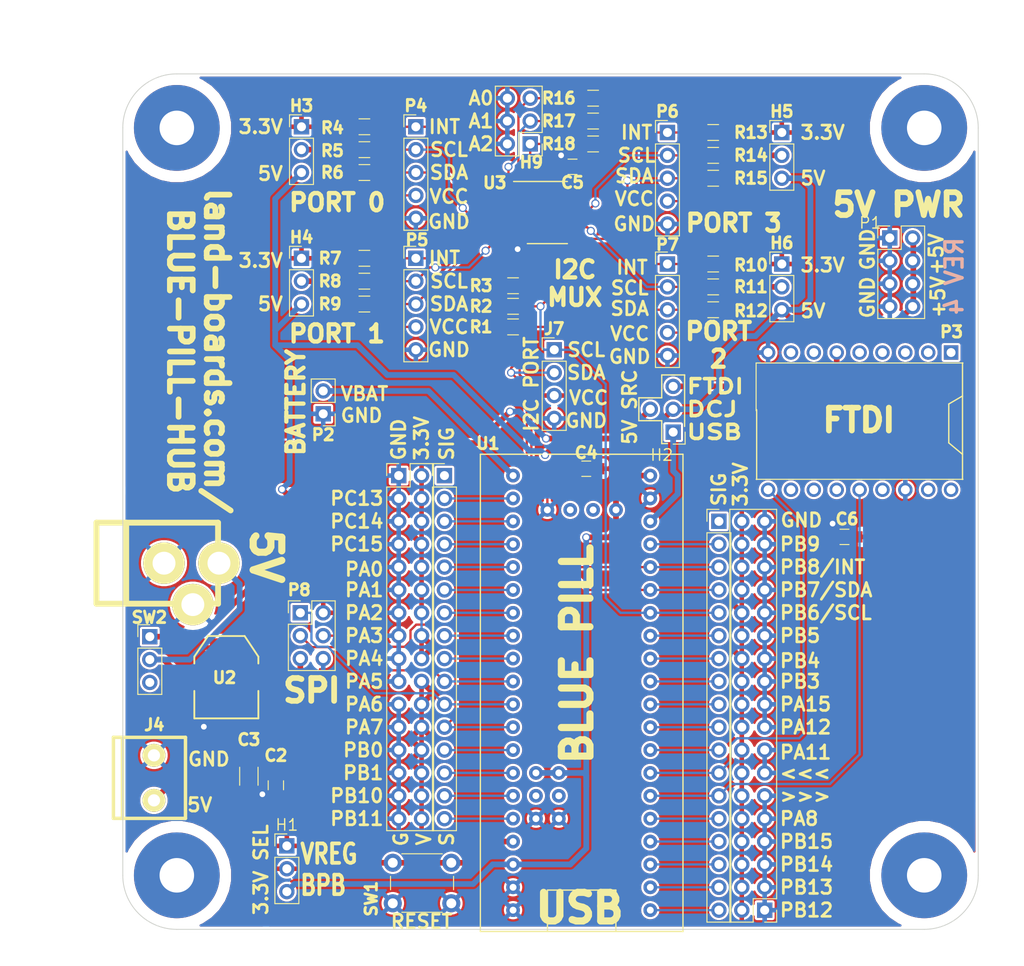
<source format=kicad_pcb>
(kicad_pcb (version 20171130) (host pcbnew "(5.1.5)-3")
  (title_block (title Blue-Pill-Hub) (date 2019-03-03) (rev 2) (company land-boards.com))
  (layers (0 F.Cu signal) (31 B.Cu signal) (36 B.SilkS user) (37 F.SilkS user) (38 B.Mask user) (39 F.Mask user) (44 Edge.Cuts user))
  (net 0 "")
  (net 1 +5V)
  (net 2 GND)
  (net 3 /STM_TX)
  (net 4 /STM_RX)
  (net 5 +3V3)
  (net 6 /VO3)
  (net 7 /STM_INT)
  (net 8 /STM_SDA)
  (net 9 /STM_SCL)
  (net 10 /INT0)
  (net 11 /SC0)
  (net 12 /SD0)
  (net 13 /SD1)
  (net 14 /SC1)
  (net 15 /INT1)
  (net 16 /INT2)
  (net 17 /SC2)
  (net 18 /SD2)
  (net 19 /SD3)
  (net 20 /SC3)
  (net 21 /INT3)
  (net 22 /PC13)
  (net 23 /PC14)
  (net 24 /PC15)
  (net 25 /PA0)
  (net 26 /PA1)
  (net 27 /PA2)
  (net 28 /PA3)
  (net 29 /PA4)
  (net 30 /PA5)
  (net 31 /PA6)
  (net 32 /PA7)
  (net 33 /PB0)
  (net 34 /PB1)
  (net 35 /PB10)
  (net 36 /PB11)
  (net 37 /PB9)
  (net 38 /PB5)
  (net 39 /PB4)
  (net 40 /PB3)
  (net 41 /PA15)
  (net 42 /PA12)
  (net 43 /PA11)
  (net 44 /PA8)
  (net 45 /PB15)
  (net 46 /PB14)
  (net 47 /PB13)
  (net 48 /PB12)
  (net 49 /A2)
  (net 50 /A1)
  (net 51 /A0)
  (net 52 /RES)
  (net 53 "Net-(H3-Pad2)")
  (net 54 "Net-(H4-Pad2)")
  (net 55 "Net-(H5-Pad2)")
  (net 56 "Net-(H6-Pad2)")
  (net 57 /VBAT)
  (net 58 "Net-(H1-Pad3)")
  (net 59 /USB5V)
  (net 60 /DCJ5V)
  (net 61 /FTDI5V)
  (net 62 "Net-(J1-Pad1)")
  (module LandBoards_Conns:Header-T (layer F.Cu) (at 71.12 49.784 180)
    (fp_text reference H2 (at 1.27 -2.54 180) (layer F.SilkS) (effects (font (size 1.27 1.27))))
    (fp_text value HEADER_T)
    (pad UP thru_hole rect (at 0 0 180) (size 1.7 1.7) (drill 1) (layers *.Cu *.Mask) (net 59 /USB5V))
    (pad CM thru_hole oval (at 0 2.54 180) (size 1.7 1.7) (drill 1) (layers *.Cu *.Mask) (net 1 +5V))
    (pad DN thru_hole oval (at 0 5.08 180) (size 1.7 1.7) (drill 1) (layers *.Cu *.Mask) (net 61 /FTDI5V))
    (pad LF thru_hole oval (at 2.54 2.54 180) (size 1.7 1.7) (drill 1) (layers *.Cu *.Mask) (net 60 /DCJ5V))
  )
  (module Capacitors_SMD:C_0805_HandSoldering (layer F.Cu) (at 90.1446 61.4172 180)
    (fp_text reference C6 (at -0.2794 1.9812 180) (layer F.SilkS) (effects (font (size 1.27 1.27) (thickness 0.3175))))
    (fp_text value 0.1uF)
    (pad 2 smd rect (at 1.25 0 180) (size 1.5 1.25) (layers F.Cu F.Paste F.Mask) (net 2 GND))
    (pad 1 smd rect (at -1.25 0 180) (size 1.5 1.25) (layers F.Cu F.Paste F.Mask) (net 5 +3V3))
  )
  (module Connector_PinHeader_2.54mm:PinHeader_2x04_P2.54mm_Vertical (layer F.Cu) (at 95.1738 28.2194)
    (fp_text reference P1 (at -2.159 -1.6764) (layer F.SilkS) (effects (font (size 1.27 1.27))))
    (fp_text value Conn_02x04_Odd_Even)
    (pad 1 thru_hole rect (at 0 0) (size 1.7 1.7) (drill 1) (layers *.Cu *.Mask) (net 2 GND))
    (pad 2 thru_hole oval (at 2.54 0) (size 1.7 1.7) (drill 1) (layers *.Cu *.Mask) (net 1 +5V))
    (pad 3 thru_hole oval (at 0 2.54) (size 1.7 1.7) (drill 1) (layers *.Cu *.Mask) (net 2 GND))
    (pad 4 thru_hole oval (at 2.54 2.54) (size 1.7 1.7) (drill 1) (layers *.Cu *.Mask) (net 1 +5V))
    (pad 5 thru_hole oval (at 0 5.08) (size 1.7 1.7) (drill 1) (layers *.Cu *.Mask) (net 2 GND))
    (pad 6 thru_hole oval (at 2.54 5.08) (size 1.7 1.7) (drill 1) (layers *.Cu *.Mask) (net 1 +5V))
    (pad 7 thru_hole oval (at 0 7.62) (size 1.7 1.7) (drill 1) (layers *.Cu *.Mask) (net 2 GND))
    (pad 8 thru_hole oval (at 2.54 7.62) (size 1.7 1.7) (drill 1) (layers *.Cu *.Mask) (net 1 +5V))
  )
  (module Capacitors_SMD:C_1206_HandSoldering (layer F.Cu) (at 24 88 270)
    (fp_text reference C3 (at -4.064 0) (layer F.SilkS) (effects (font (size 1.27 1.27) (thickness 0.3175))))
    (fp_text value 10uF)
    (pad 2 smd rect (at 2 0 270) (size 2 1.6) (layers F.Cu F.Paste F.Mask) (net 2 GND))
    (pad 1 smd rect (at -2 0 270) (size 2 1.6) (layers F.Cu F.Paste F.Mask) (net 6 /VO3))
  )
  (module LandBoards_MountHoles:MTG-6-32 (layer F.Cu) (at 16 16)
    (fp_text reference MTG1 hide)
    (fp_text value MTG_HOLE hide)
    (pad 1 thru_hole circle (at 0 0) (size 9.525 9.525) (drill 3.8354) (layers *.Cu *.Mask) (clearance 1.27))
  )
  (module LandBoards_MountHoles:MTG-6-32 (layer F.Cu) (at 99 16)
    (fp_text reference MTG2 hide)
    (fp_text value MTG_HOLE hide)
    (pad 1 thru_hole circle (at 0 0) (size 9.525 9.525) (drill 3.8354) (layers *.Cu *.Mask) (clearance 1.27))
  )
  (module LandBoards_MountHoles:MTG-6-32 (layer F.Cu) (at 16 99)
    (fp_text reference MTG3 hide)
    (fp_text value MTG_HOLE hide)
    (pad 1 thru_hole circle (at 0 0) (size 9.525 9.525) (drill 3.8354) (layers *.Cu *.Mask) (clearance 1.27))
  )
  (module LandBoards_MountHoles:MTG-6-32 (layer F.Cu) (at 99 99)
    (fp_text reference MTG4 hide)
    (fp_text value MTG_HOLE hide)
    (pad 1 thru_hole circle (at 0 0) (size 9.525 9.525) (drill 3.8354) (layers *.Cu *.Mask) (clearance 1.27))
  )
  (module LandBoards_Conns:DCJ-NEW (layer F.Cu) (at 14.5796 64.3382)
    (fp_text reference J1 hide)
    (fp_text value DCJ0202 hide)
    (pad 2 thru_hole circle (at 0 0) (size 4.6 4.6) (drill 2.54) (layers *.Cu *.Mask F.SilkS) (net 2 GND))
    (pad 1 thru_hole circle (at 6.1 0) (size 4.6 4.6) (drill 2.54) (layers *.Cu *.Mask F.SilkS) (net 62 "Net-(J1-Pad1)"))
    (pad 3 thru_hole circle (at 3.2 4.6) (size 4.6 4.6) (drill 2.54) (layers *.Cu *.Mask F.SilkS) (net 2 GND))
  )
  (module BP:BLUEPILL (layer F.Cu) (at 60.96 78.74 180)
    (fp_text reference U1 (at 10.414 27.686 180) (layer F.SilkS) (effects (font (size 1.27 1.27) (thickness 0.3175))))
    (fp_text value "BLUE PILL HUB")
    (pad PB12 thru_hole circle (at -7.62 -24.13 180) (size 1.524 1.524) (drill 0.762) (layers *.Cu *.Mask) (net 48 /PB12))
    (pad PB13 thru_hole circle (at -7.62 -21.59 180) (size 1.524 1.524) (drill 0.762) (layers *.Cu *.Mask) (net 47 /PB13))
    (pad PB14 thru_hole circle (at -7.62 -19.05 180) (size 1.524 1.524) (drill 0.762) (layers *.Cu *.Mask) (net 46 /PB14))
    (pad PB15 thru_hole circle (at -7.62 -16.51 180) (size 1.524 1.524) (drill 0.762) (layers *.Cu *.Mask) (net 45 /PB15))
    (pad PA8 thru_hole circle (at -7.62 -13.97 180) (size 1.524 1.524) (drill 0.762) (layers *.Cu *.Mask) (net 44 /PA8))
    (pad PA9 thru_hole circle (at -7.62 -11.43 180) (size 1.524 1.524) (drill 0.762) (layers *.Cu *.Mask) (net 3 /STM_TX))
    (pad PA10 thru_hole circle (at -7.62 -8.89 180) (size 1.524 1.524) (drill 0.762) (layers *.Cu *.Mask) (net 4 /STM_RX))
    (pad PA11 thru_hole circle (at -7.62 -6.35 180) (size 1.524 1.524) (drill 0.762) (layers *.Cu *.Mask) (net 43 /PA11))
    (pad PA12 thru_hole circle (at -7.62 -3.81 180) (size 1.524 1.524) (drill 0.762) (layers *.Cu *.Mask) (net 42 /PA12))
    (pad PA15 thru_hole circle (at -7.62 -1.27 180) (size 1.524 1.524) (drill 0.762) (layers *.Cu *.Mask) (net 41 /PA15))
    (pad PB3 thru_hole circle (at -7.62 1.27 180) (size 1.524 1.524) (drill 0.762) (layers *.Cu *.Mask) (net 40 /PB3))
    (pad PB4 thru_hole circle (at -7.62 3.81 180) (size 1.524 1.524) (drill 0.762) (layers *.Cu *.Mask) (net 39 /PB4))
    (pad PB5 thru_hole circle (at -7.62 6.35 180) (size 1.524 1.524) (drill 0.762) (layers *.Cu *.Mask) (net 38 /PB5))
    (pad PB6 thru_hole circle (at -7.62 8.89 180) (size 1.524 1.524) (drill 0.762) (layers *.Cu *.Mask) (net 9 /STM_SCL))
    (pad PB7 thru_hole circle (at -7.62 11.43 180) (size 1.524 1.524) (drill 0.762) (layers *.Cu *.Mask) (net 8 /STM_SDA))
    (pad PB8 thru_hole circle (at -7.62 13.97 180) (size 1.524 1.524) (drill 0.762) (layers *.Cu *.Mask) (net 7 /STM_INT))
    (pad PB9 thru_hole circle (at -7.62 16.51 180) (size 1.524 1.524) (drill 0.762) (layers *.Cu *.Mask) (net 37 /PB9))
    (pad G thru_hole circle (at -7.62 21.59 180) (size 1.524 1.524) (drill 0.762) (layers *.Cu *.Mask) (net 2 GND))
    (pad 3V3 thru_hole circle (at -7.62 24.13 180) (size 1.524 1.524) (drill 0.762) (layers *.Cu *.Mask) (net 58 "Net-(H1-Pad3)"))
    (pad VBAT thru_hole circle (at 7.62 24.13 180) (size 1.524 1.524) (drill 0.762) (layers *.Cu *.Mask) (net 57 /VBAT))
    (pad PC13 thru_hole circle (at 7.62 21.59 180) (size 1.524 1.524) (drill 0.762) (layers *.Cu *.Mask) (net 22 /PC13))
    (pad PC14 thru_hole circle (at 7.62 19.05 180) (size 1.524 1.524) (drill 0.762) (layers *.Cu *.Mask) (net 23 /PC14))
    (pad PC15 thru_hole circle (at 7.62 16.51 180) (size 1.524 1.524) (drill 0.762) (layers *.Cu *.Mask) (net 24 /PC15))
    (pad PA0 thru_hole circle (at 7.62 13.97 180) (size 1.524 1.524) (drill 0.762) (layers *.Cu *.Mask) (net 25 /PA0))
    (pad PA1 thru_hole circle (at 7.62 11.43 180) (size 1.524 1.524) (drill 0.762) (layers *.Cu *.Mask) (net 26 /PA1))
    (pad PA2 thru_hole circle (at 7.62 8.89 180) (size 1.524 1.524) (drill 0.762) (layers *.Cu *.Mask) (net 27 /PA2))
    (pad PA3 thru_hole circle (at 7.62 6.35 180) (size 1.524 1.524) (drill 0.762) (layers *.Cu *.Mask) (net 28 /PA3))
    (pad PA4 thru_hole circle (at 7.62 3.81 180) (size 1.524 1.524) (drill 0.762) (layers *.Cu *.Mask) (net 29 /PA4))
    (pad PA5 thru_hole circle (at 7.62 1.27 180) (size 1.524 1.524) (drill 0.762) (layers *.Cu *.Mask) (net 30 /PA5))
    (pad PA6 thru_hole circle (at 7.62 -1.27 180) (size 1.524 1.524) (drill 0.762) (layers *.Cu *.Mask) (net 31 /PA6))
    (pad PA7 thru_hole circle (at 7.62 -3.81 180) (size 1.524 1.524) (drill 0.762) (layers *.Cu *.Mask) (net 32 /PA7))
    (pad PB0 thru_hole circle (at 7.62 -6.35 180) (size 1.524 1.524) (drill 0.762) (layers *.Cu *.Mask) (net 33 /PB0))
    (pad PB1 thru_hole circle (at 7.62 -8.89 180) (size 1.524 1.524) (drill 0.762) (layers *.Cu *.Mask) (net 34 /PB1))
    (pad PB10 thru_hole circle (at 7.62 -11.43 180) (size 1.524 1.524) (drill 0.762) (layers *.Cu *.Mask) (net 35 /PB10))
    (pad PB11 thru_hole circle (at 7.62 -13.97 180) (size 1.524 1.524) (drill 0.762) (layers *.Cu *.Mask) (net 36 /PB11))
    (pad NRST thru_hole circle (at 7.62 -16.51 180) (size 1.524 1.524) (drill 0.762) (layers *.Cu *.Mask) (net 52 /RES))
    (pad 3V3 thru_hole circle (at 7.62 -19.05 180) (size 1.524 1.524) (drill 0.762) (layers *.Cu *.Mask) (net 58 "Net-(H1-Pad3)"))
    (pad G thru_hole circle (at 7.62 -21.59 180) (size 1.524 1.524) (drill 0.762) (layers *.Cu *.Mask) (net 2 GND))
    (pad G thru_hole circle (at 7.62 -24.13 180) (size 1.524 1.524) (drill 0.762) (layers *.Cu *.Mask) (net 2 GND))
    (pad 3V3 thru_hole circle (at -3.81 20.32 180) (size 1.524 1.524) (drill 0.762) (layers *.Cu *.Mask) (net 58 "Net-(H1-Pad3)"))
    (pad PA13 thru_hole circle (at -1.27 20.32 180) (size 1.524 1.524) (drill 0.762) (layers *.Cu *.Mask))
    (pad PA14 thru_hole circle (at 1.27 20.32 180) (size 1.524 1.524) (drill 0.762) (layers *.Cu *.Mask))
    (pad G thru_hole circle (at 3.81 20.32 180) (size 1.524 1.524) (drill 0.762) (layers *.Cu *.Mask) (net 2 GND))
    (pad G thru_hole circle (at 5.08 -13.97 180) (size 1.524 1.524) (drill 0.762) (layers *.Cu *.Mask) (net 2 GND))
    (pad BOOT thru_hole circle (at 5.08 -11.43 180) (size 1.524 1.524) (drill 0.762) (layers *.Cu *.Mask))
    (pad 3V3 thru_hole circle (at 5.08 -8.89 180) (size 1.524 1.524) (drill 0.762) (layers *.Cu *.Mask) (net 58 "Net-(H1-Pad3)"))
    (pad G thru_hole circle (at 2.54 -13.97 180) (size 1.524 1.524) (drill 0.762) (layers *.Cu *.Mask) (net 2 GND))
    (pad PB2 thru_hole circle (at 2.54 -11.43 180) (size 1.524 1.524) (drill 0.762) (layers *.Cu *.Mask))
    (pad 3V3 thru_hole circle (at 2.54 -8.89 180) (size 1.524 1.524) (drill 0.762) (layers *.Cu *.Mask) (net 58 "Net-(H1-Pad3)"))
    (pad 5V thru_hole circle (at -7.62 19.05 180) (size 1.524 1.524) (drill 0.762) (layers *.Cu *.Mask) (net 59 /USB5V))
  )
  (module LandBoards_Conns:TB2-5MM (layer F.Cu) (at 13.462 90.678 90)
    (fp_text reference J4 (at 8.382 0.038 180) (layer F.SilkS) (effects (font (size 1.27 1.27) (thickness 0.3175))))
    (fp_text value CONN_01X02 hide)
    (pad 1 thru_hole circle (at 0 0 90) (size 2.54 2.54) (drill 1.3589) (layers *.Cu *.Mask F.SilkS) (net 62 "Net-(J1-Pad1)"))
    (pad 2 thru_hole circle (at 5 0 90) (size 2.54 2.54) (drill 1.3589) (layers *.Cu *.Mask F.SilkS) (net 2 GND))
  )
  (module LandBoards_SMD_Packages:SOT223 (layer F.Cu) (at 21.5 77)
    (fp_text reference U2 (at -0.2032 0.0508) (layer F.SilkS) (effects (font (size 1.27 1.27) (thickness 0.3175))))
    (fp_text value AP1117 hide)
    (pad 4 smd rect (at 0 -3.302) (size 3.6576 2.032) (layers F.Cu F.Mask) (net 6 /VO3))
    (pad 2 smd rect (at 0 3.302) (size 1.016 2.032) (layers F.Cu F.Mask) (net 6 /VO3))
    (pad 3 smd rect (at 2.286 3.302) (size 1.016 2.032) (layers F.Cu F.Mask) (net 1 +5V))
    (pad 1 smd rect (at -2.286 3.302) (size 1.016 2.032) (layers F.Cu F.Mask) (net 2 GND))
  )
  (module Pin_Headers:Pin_Header_Straight_2x03_Pitch2.54mm (layer F.Cu) (at 55.245 17.78 180)
    (fp_text reference H9 (at -0.127 -2.032 180) (layer F.SilkS) (effects (font (size 1.27 1.27) (thickness 0.3175))))
    (fp_text value CONN_02X03)
    (pad 1 thru_hole rect (at 0 0 180) (size 1.7 1.7) (drill 1) (layers *.Cu *.Mask) (net 49 /A2))
    (pad 2 thru_hole oval (at 2.54 0 180) (size 1.7 1.7) (drill 1) (layers *.Cu *.Mask) (net 2 GND))
    (pad 3 thru_hole oval (at 0 2.54 180) (size 1.7 1.7) (drill 1) (layers *.Cu *.Mask) (net 50 /A1))
    (pad 4 thru_hole oval (at 2.54 2.54 180) (size 1.7 1.7) (drill 1) (layers *.Cu *.Mask) (net 2 GND))
    (pad 5 thru_hole oval (at 0 5.08 180) (size 1.7 1.7) (drill 1) (layers *.Cu *.Mask) (net 51 /A0))
    (pad 6 thru_hole oval (at 2.54 5.08 180) (size 1.7 1.7) (drill 1) (layers *.Cu *.Mask) (net 2 GND))
  )
  (module Pin_Headers:Pin_Header_Straight_2x16_Pitch2.54mm (layer F.Cu) (at 40.64 54.61)
    (fp_text reference P11 hide)
    (fp_text value CONN_02X16)
    (pad 1 thru_hole rect (at 0 0) (size 1.7 1.7) (drill 1) (layers *.Cu *.Mask) (net 2 GND))
    (pad 2 thru_hole oval (at 2.54 0) (size 1.7 1.7) (drill 1) (layers *.Cu *.Mask) (net 5 +3V3))
    (pad 3 thru_hole oval (at 0 2.54) (size 1.7 1.7) (drill 1) (layers *.Cu *.Mask) (net 2 GND))
    (pad 4 thru_hole oval (at 2.54 2.54) (size 1.7 1.7) (drill 1) (layers *.Cu *.Mask) (net 5 +3V3))
    (pad 5 thru_hole oval (at 0 5.08) (size 1.7 1.7) (drill 1) (layers *.Cu *.Mask) (net 2 GND))
    (pad 6 thru_hole oval (at 2.54 5.08) (size 1.7 1.7) (drill 1) (layers *.Cu *.Mask) (net 5 +3V3))
    (pad 7 thru_hole oval (at 0 7.62) (size 1.7 1.7) (drill 1) (layers *.Cu *.Mask) (net 2 GND))
    (pad 8 thru_hole oval (at 2.54 7.62) (size 1.7 1.7) (drill 1) (layers *.Cu *.Mask) (net 5 +3V3))
    (pad 9 thru_hole oval (at 0 10.16) (size 1.7 1.7) (drill 1) (layers *.Cu *.Mask) (net 2 GND))
    (pad 10 thru_hole oval (at 2.54 10.16) (size 1.7 1.7) (drill 1) (layers *.Cu *.Mask) (net 5 +3V3))
    (pad 11 thru_hole oval (at 0 12.7) (size 1.7 1.7) (drill 1) (layers *.Cu *.Mask) (net 2 GND))
    (pad 12 thru_hole oval (at 2.54 12.7) (size 1.7 1.7) (drill 1) (layers *.Cu *.Mask) (net 5 +3V3))
    (pad 13 thru_hole oval (at 0 15.24) (size 1.7 1.7) (drill 1) (layers *.Cu *.Mask) (net 2 GND))
    (pad 14 thru_hole oval (at 2.54 15.24) (size 1.7 1.7) (drill 1) (layers *.Cu *.Mask) (net 5 +3V3))
    (pad 15 thru_hole oval (at 0 17.78) (size 1.7 1.7) (drill 1) (layers *.Cu *.Mask) (net 2 GND))
    (pad 16 thru_hole oval (at 2.54 17.78) (size 1.7 1.7) (drill 1) (layers *.Cu *.Mask) (net 5 +3V3))
    (pad 17 thru_hole oval (at 0 20.32) (size 1.7 1.7) (drill 1) (layers *.Cu *.Mask) (net 2 GND))
    (pad 18 thru_hole oval (at 2.54 20.32) (size 1.7 1.7) (drill 1) (layers *.Cu *.Mask) (net 5 +3V3))
    (pad 19 thru_hole oval (at 0 22.86) (size 1.7 1.7) (drill 1) (layers *.Cu *.Mask) (net 2 GND))
    (pad 20 thru_hole oval (at 2.54 22.86) (size 1.7 1.7) (drill 1) (layers *.Cu *.Mask) (net 5 +3V3))
    (pad 21 thru_hole oval (at 0 25.4) (size 1.7 1.7) (drill 1) (layers *.Cu *.Mask) (net 2 GND))
    (pad 22 thru_hole oval (at 2.54 25.4) (size 1.7 1.7) (drill 1) (layers *.Cu *.Mask) (net 5 +3V3))
    (pad 23 thru_hole oval (at 0 27.94) (size 1.7 1.7) (drill 1) (layers *.Cu *.Mask) (net 2 GND))
    (pad 24 thru_hole oval (at 2.54 27.94) (size 1.7 1.7) (drill 1) (layers *.Cu *.Mask) (net 5 +3V3))
    (pad 25 thru_hole oval (at 0 30.48) (size 1.7 1.7) (drill 1) (layers *.Cu *.Mask) (net 2 GND))
    (pad 26 thru_hole oval (at 2.54 30.48) (size 1.7 1.7) (drill 1) (layers *.Cu *.Mask) (net 5 +3V3))
    (pad 27 thru_hole oval (at 0 33.02) (size 1.7 1.7) (drill 1) (layers *.Cu *.Mask) (net 2 GND))
    (pad 28 thru_hole oval (at 2.54 33.02) (size 1.7 1.7) (drill 1) (layers *.Cu *.Mask) (net 5 +3V3))
    (pad 29 thru_hole oval (at 0 35.56) (size 1.7 1.7) (drill 1) (layers *.Cu *.Mask) (net 2 GND))
    (pad 30 thru_hole oval (at 2.54 35.56) (size 1.7 1.7) (drill 1) (layers *.Cu *.Mask) (net 5 +3V3))
    (pad 31 thru_hole oval (at 0 38.1) (size 1.7 1.7) (drill 1) (layers *.Cu *.Mask) (net 2 GND))
    (pad 32 thru_hole oval (at 2.54 38.1) (size 1.7 1.7) (drill 1) (layers *.Cu *.Mask) (net 5 +3V3))
  )
  (module Pin_Headers:Pin_Header_Straight_1x16_Pitch2.54mm (layer F.Cu) (at 45.72 54.61)
    (fp_text reference P12 hide)
    (fp_text value CONN_01X16)
    (pad 1 thru_hole rect (at 0 0) (size 1.7 1.7) (drill 1) (layers *.Cu *.Mask))
    (pad 2 thru_hole oval (at 0 2.54) (size 1.7 1.7) (drill 1) (layers *.Cu *.Mask) (net 22 /PC13))
    (pad 3 thru_hole oval (at 0 5.08) (size 1.7 1.7) (drill 1) (layers *.Cu *.Mask) (net 23 /PC14))
    (pad 4 thru_hole oval (at 0 7.62) (size 1.7 1.7) (drill 1) (layers *.Cu *.Mask) (net 24 /PC15))
    (pad 5 thru_hole oval (at 0 10.16) (size 1.7 1.7) (drill 1) (layers *.Cu *.Mask) (net 25 /PA0))
    (pad 6 thru_hole oval (at 0 12.7) (size 1.7 1.7) (drill 1) (layers *.Cu *.Mask) (net 26 /PA1))
    (pad 7 thru_hole oval (at 0 15.24) (size 1.7 1.7) (drill 1) (layers *.Cu *.Mask) (net 27 /PA2))
    (pad 8 thru_hole oval (at 0 17.78) (size 1.7 1.7) (drill 1) (layers *.Cu *.Mask) (net 28 /PA3))
    (pad 9 thru_hole oval (at 0 20.32) (size 1.7 1.7) (drill 1) (layers *.Cu *.Mask) (net 29 /PA4))
    (pad 10 thru_hole oval (at 0 22.86) (size 1.7 1.7) (drill 1) (layers *.Cu *.Mask) (net 30 /PA5))
    (pad 11 thru_hole oval (at 0 25.4) (size 1.7 1.7) (drill 1) (layers *.Cu *.Mask) (net 31 /PA6))
    (pad 12 thru_hole oval (at 0 27.94) (size 1.7 1.7) (drill 1) (layers *.Cu *.Mask) (net 32 /PA7))
    (pad 13 thru_hole oval (at 0 30.48) (size 1.7 1.7) (drill 1) (layers *.Cu *.Mask) (net 33 /PB0))
    (pad 14 thru_hole oval (at 0 33.02) (size 1.7 1.7) (drill 1) (layers *.Cu *.Mask) (net 34 /PB1))
    (pad 15 thru_hole oval (at 0 35.56) (size 1.7 1.7) (drill 1) (layers *.Cu *.Mask) (net 35 /PB10))
    (pad 16 thru_hole oval (at 0 38.1) (size 1.7 1.7) (drill 1) (layers *.Cu *.Mask) (net 36 /PB11))
  )
  (module Pin_Headers:Pin_Header_Straight_2x18_Pitch2.54mm (layer F.Cu) (at 81.28 102.87 180)
    (fp_text reference P14 hide)
    (fp_text value CONN_02X18)
    (pad 1 thru_hole rect (at 0 0 180) (size 1.7 1.7) (drill 1) (layers *.Cu *.Mask) (net 2 GND))
    (pad 2 thru_hole oval (at 2.54 0 180) (size 1.7 1.7) (drill 1) (layers *.Cu *.Mask) (net 5 +3V3))
    (pad 3 thru_hole oval (at 0 2.54 180) (size 1.7 1.7) (drill 1) (layers *.Cu *.Mask) (net 2 GND))
    (pad 4 thru_hole oval (at 2.54 2.54 180) (size 1.7 1.7) (drill 1) (layers *.Cu *.Mask) (net 5 +3V3))
    (pad 5 thru_hole oval (at 0 5.08 180) (size 1.7 1.7) (drill 1) (layers *.Cu *.Mask) (net 2 GND))
    (pad 6 thru_hole oval (at 2.54 5.08 180) (size 1.7 1.7) (drill 1) (layers *.Cu *.Mask) (net 5 +3V3))
    (pad 7 thru_hole oval (at 0 7.62 180) (size 1.7 1.7) (drill 1) (layers *.Cu *.Mask) (net 2 GND))
    (pad 8 thru_hole oval (at 2.54 7.62 180) (size 1.7 1.7) (drill 1) (layers *.Cu *.Mask) (net 5 +3V3))
    (pad 9 thru_hole oval (at 0 10.16 180) (size 1.7 1.7) (drill 1) (layers *.Cu *.Mask) (net 2 GND))
    (pad 10 thru_hole oval (at 2.54 10.16 180) (size 1.7 1.7) (drill 1) (layers *.Cu *.Mask) (net 5 +3V3))
    (pad 11 thru_hole oval (at 0 12.7 180) (size 1.7 1.7) (drill 1) (layers *.Cu *.Mask) (net 2 GND))
    (pad 12 thru_hole oval (at 2.54 12.7 180) (size 1.7 1.7) (drill 1) (layers *.Cu *.Mask) (net 5 +3V3))
    (pad 13 thru_hole oval (at 0 15.24 180) (size 1.7 1.7) (drill 1) (layers *.Cu *.Mask) (net 2 GND))
    (pad 14 thru_hole oval (at 2.54 15.24 180) (size 1.7 1.7) (drill 1) (layers *.Cu *.Mask) (net 5 +3V3))
    (pad 15 thru_hole oval (at 0 17.78 180) (size 1.7 1.7) (drill 1) (layers *.Cu *.Mask) (net 2 GND))
    (pad 16 thru_hole oval (at 2.54 17.78 180) (size 1.7 1.7) (drill 1) (layers *.Cu *.Mask) (net 5 +3V3))
    (pad 17 thru_hole oval (at 0 20.32 180) (size 1.7 1.7) (drill 1) (layers *.Cu *.Mask) (net 2 GND))
    (pad 18 thru_hole oval (at 2.54 20.32 180) (size 1.7 1.7) (drill 1) (layers *.Cu *.Mask) (net 5 +3V3))
    (pad 19 thru_hole oval (at 0 22.86 180) (size 1.7 1.7) (drill 1) (layers *.Cu *.Mask) (net 2 GND))
    (pad 20 thru_hole oval (at 2.54 22.86 180) (size 1.7 1.7) (drill 1) (layers *.Cu *.Mask) (net 5 +3V3))
    (pad 21 thru_hole oval (at 0 25.4 180) (size 1.7 1.7) (drill 1) (layers *.Cu *.Mask) (net 2 GND))
    (pad 22 thru_hole oval (at 2.54 25.4 180) (size 1.7 1.7) (drill 1) (layers *.Cu *.Mask) (net 5 +3V3))
    (pad 23 thru_hole oval (at 0 27.94 180) (size 1.7 1.7) (drill 1) (layers *.Cu *.Mask) (net 2 GND))
    (pad 24 thru_hole oval (at 2.54 27.94 180) (size 1.7 1.7) (drill 1) (layers *.Cu *.Mask) (net 5 +3V3))
    (pad 25 thru_hole oval (at 0 30.48 180) (size 1.7 1.7) (drill 1) (layers *.Cu *.Mask) (net 2 GND))
    (pad 26 thru_hole oval (at 2.54 30.48 180) (size 1.7 1.7) (drill 1) (layers *.Cu *.Mask) (net 5 +3V3))
    (pad 27 thru_hole oval (at 0 33.02 180) (size 1.7 1.7) (drill 1) (layers *.Cu *.Mask) (net 2 GND))
    (pad 28 thru_hole oval (at 2.54 33.02 180) (size 1.7 1.7) (drill 1) (layers *.Cu *.Mask) (net 5 +3V3))
    (pad 29 thru_hole oval (at 0 35.56 180) (size 1.7 1.7) (drill 1) (layers *.Cu *.Mask) (net 2 GND))
    (pad 30 thru_hole oval (at 2.54 35.56 180) (size 1.7 1.7) (drill 1) (layers *.Cu *.Mask) (net 5 +3V3))
    (pad 31 thru_hole oval (at 0 38.1 180) (size 1.7 1.7) (drill 1) (layers *.Cu *.Mask) (net 2 GND))
    (pad 32 thru_hole oval (at 2.54 38.1 180) (size 1.7 1.7) (drill 1) (layers *.Cu *.Mask) (net 5 +3V3))
    (pad 33 thru_hole oval (at 0 40.64 180) (size 1.7 1.7) (drill 1) (layers *.Cu *.Mask) (net 2 GND))
    (pad 34 thru_hole oval (at 2.54 40.64 180) (size 1.7 1.7) (drill 1) (layers *.Cu *.Mask) (net 5 +3V3))
    (pad 35 thru_hole oval (at 0 43.18 180) (size 1.7 1.7) (drill 1) (layers *.Cu *.Mask) (net 2 GND))
    (pad 36 thru_hole oval (at 2.54 43.18 180) (size 1.7 1.7) (drill 1) (layers *.Cu *.Mask) (net 5 +3V3))
  )
  (module Resistors_SMD:R_0805_HandSoldering (layer F.Cu) (at 53.34 38.1)
    (fp_text reference R1 (at -3.556 0) (layer F.SilkS) (effects (font (size 1.27 1.27) (thickness 0.3175))))
    (fp_text value 10K)
    (pad 1 smd rect (at -1.35 0) (size 1.5 1.3) (layers F.Cu F.Mask) (net 5 +3V3))
    (pad 2 smd rect (at 1.35 0) (size 1.5 1.3) (layers F.Cu F.Mask) (net 7 /STM_INT))
  )
  (module Resistors_SMD:R_0805_HandSoldering (layer F.Cu) (at 53.34 35.814)
    (fp_text reference R2 (at -3.556 0) (layer F.SilkS) (effects (font (size 1.27 1.27) (thickness 0.3175))))
    (fp_text value 2.2K)
    (pad 1 smd rect (at -1.35 0) (size 1.5 1.3) (layers F.Cu F.Mask) (net 5 +3V3))
    (pad 2 smd rect (at 1.35 0) (size 1.5 1.3) (layers F.Cu F.Mask) (net 9 /STM_SCL))
  )
  (module Resistors_SMD:R_0805_HandSoldering (layer F.Cu) (at 53.34 33.528)
    (fp_text reference R3 (at -3.556 0) (layer F.SilkS) (effects (font (size 1.27 1.27) (thickness 0.3175))))
    (fp_text value 2.2K)
    (pad 1 smd rect (at -1.35 0) (size 1.5 1.3) (layers F.Cu F.Mask) (net 5 +3V3))
    (pad 2 smd rect (at 1.35 0) (size 1.5 1.3) (layers F.Cu F.Mask) (net 8 /STM_SDA))
  )
  (module Resistors_SMD:R_0805_HandSoldering (layer F.Cu) (at 36.83 15.875)
    (fp_text reference R4 (at -3.556 0.127) (layer F.SilkS) (effects (font (size 1.27 1.27) (thickness 0.3175))))
    (fp_text value 10K)
    (pad 1 smd rect (at -1.35 0) (size 1.5 1.3) (layers F.Cu F.Mask) (net 53 "Net-(H3-Pad2)"))
    (pad 2 smd rect (at 1.35 0) (size 1.5 1.3) (layers F.Cu F.Mask) (net 10 /INT0))
  )
  (module Resistors_SMD:R_0805_HandSoldering (layer F.Cu) (at 36.83 18.415)
    (fp_text reference R5 (at -3.556 0.127) (layer F.SilkS) (effects (font (size 1.27 1.27) (thickness 0.3175))))
    (fp_text value 2.2K)
    (pad 1 smd rect (at -1.35 0) (size 1.5 1.3) (layers F.Cu F.Mask) (net 53 "Net-(H3-Pad2)"))
    (pad 2 smd rect (at 1.35 0) (size 1.5 1.3) (layers F.Cu F.Mask) (net 11 /SC0))
  )
  (module Resistors_SMD:R_0805_HandSoldering (layer F.Cu) (at 36.83 20.955)
    (fp_text reference R6 (at -3.556 0) (layer F.SilkS) (effects (font (size 1.27 1.27) (thickness 0.3175))))
    (fp_text value 2.2K)
    (pad 1 smd rect (at -1.35 0) (size 1.5 1.3) (layers F.Cu F.Mask) (net 53 "Net-(H3-Pad2)"))
    (pad 2 smd rect (at 1.35 0) (size 1.5 1.3) (layers F.Cu F.Mask) (net 12 /SD0))
  )
  (module Resistors_SMD:R_0805_HandSoldering (layer F.Cu) (at 36.83 30.48)
    (fp_text reference R7 (at -3.81 0) (layer F.SilkS) (effects (font (size 1.27 1.27) (thickness 0.3175))))
    (fp_text value 10K)
    (pad 1 smd rect (at -1.35 0) (size 1.5 1.3) (layers F.Cu F.Mask) (net 54 "Net-(H4-Pad2)"))
    (pad 2 smd rect (at 1.35 0) (size 1.5 1.3) (layers F.Cu F.Mask) (net 15 /INT1))
  )
  (module Resistors_SMD:R_0805_HandSoldering (layer F.Cu) (at 36.83 33.02)
    (fp_text reference R8 (at -3.81 0) (layer F.SilkS) (effects (font (size 1.27 1.27) (thickness 0.3175))))
    (fp_text value 2.2K)
    (pad 1 smd rect (at -1.35 0) (size 1.5 1.3) (layers F.Cu F.Mask) (net 54 "Net-(H4-Pad2)"))
    (pad 2 smd rect (at 1.35 0) (size 1.5 1.3) (layers F.Cu F.Mask) (net 14 /SC1))
  )
  (module Resistors_SMD:R_0805_HandSoldering (layer F.Cu) (at 36.83 35.56)
    (fp_text reference R9 (at -3.81 0) (layer F.SilkS) (effects (font (size 1.27 1.27) (thickness 0.3175))))
    (fp_text value 2.2K)
    (pad 1 smd rect (at -1.35 0) (size 1.5 1.3) (layers F.Cu F.Mask) (net 54 "Net-(H4-Pad2)"))
    (pad 2 smd rect (at 1.35 0) (size 1.5 1.3) (layers F.Cu F.Mask) (net 13 /SD1))
  )
  (module Resistors_SMD:R_0805_HandSoldering (layer F.Cu) (at 75.565 31.115 180)
    (fp_text reference R10 (at -4.191 -0.127 180) (layer F.SilkS) (effects (font (size 1.27 1.27) (thickness 0.3175))))
    (fp_text value 10K)
    (pad 1 smd rect (at -1.35 0 180) (size 1.5 1.3) (layers F.Cu F.Mask) (net 56 "Net-(H6-Pad2)"))
    (pad 2 smd rect (at 1.35 0 180) (size 1.5 1.3) (layers F.Cu F.Mask) (net 16 /INT2))
  )
  (module Resistors_SMD:R_0805_HandSoldering (layer F.Cu) (at 75.565 33.655 180)
    (fp_text reference R11 (at -4.191 0 180) (layer F.SilkS) (effects (font (size 1.27 1.27) (thickness 0.3175))))
    (fp_text value 2.2K)
    (pad 1 smd rect (at -1.35 0 180) (size 1.5 1.3) (layers F.Cu F.Mask) (net 56 "Net-(H6-Pad2)"))
    (pad 2 smd rect (at 1.35 0 180) (size 1.5 1.3) (layers F.Cu F.Mask) (net 17 /SC2))
  )
  (module Resistors_SMD:R_0805_HandSoldering (layer F.Cu) (at 75.565 36.195 180)
    (fp_text reference R12 (at -4.191 -0.127 180) (layer F.SilkS) (effects (font (size 1.27 1.27) (thickness 0.3175))))
    (fp_text value 2.2K)
    (pad 1 smd rect (at -1.35 0 180) (size 1.5 1.3) (layers F.Cu F.Mask) (net 56 "Net-(H6-Pad2)"))
    (pad 2 smd rect (at 1.35 0 180) (size 1.5 1.3) (layers F.Cu F.Mask) (net 18 /SD2))
  )
  (module Resistors_SMD:R_0805_HandSoldering (layer F.Cu) (at 75.565 16.51 180)
    (fp_text reference R13 (at -4.191 0 180) (layer F.SilkS) (effects (font (size 1.27 1.27) (thickness 0.3175))))
    (fp_text value 10K)
    (pad 1 smd rect (at -1.35 0 180) (size 1.5 1.3) (layers F.Cu F.Mask) (net 55 "Net-(H5-Pad2)"))
    (pad 2 smd rect (at 1.35 0 180) (size 1.5 1.3) (layers F.Cu F.Mask) (net 21 /INT3))
  )
  (module Resistors_SMD:R_0805_HandSoldering (layer F.Cu) (at 75.565 19.05 180)
    (fp_text reference R14 (at -4.191 0 180) (layer F.SilkS) (effects (font (size 1.27 1.27) (thickness 0.3175))))
    (fp_text value 2.2K)
    (pad 1 smd rect (at -1.35 0 180) (size 1.5 1.3) (layers F.Cu F.Mask) (net 55 "Net-(H5-Pad2)"))
    (pad 2 smd rect (at 1.35 0 180) (size 1.5 1.3) (layers F.Cu F.Mask) (net 20 /SC3))
  )
  (module Resistors_SMD:R_0805_HandSoldering (layer F.Cu) (at 75.565 21.59 180)
    (fp_text reference R15 (at -4.191 0 180) (layer F.SilkS) (effects (font (size 1.27 1.27) (thickness 0.3175))))
    (fp_text value 2.2K)
    (pad 1 smd rect (at -1.35 0 180) (size 1.5 1.3) (layers F.Cu F.Mask) (net 55 "Net-(H5-Pad2)"))
    (pad 2 smd rect (at 1.35 0 180) (size 1.5 1.3) (layers F.Cu F.Mask) (net 19 /SD3))
  )
  (module Resistors_SMD:R_0805_HandSoldering (layer F.Cu) (at 62.23 12.7 180)
    (fp_text reference R16 (at 3.81 0 180) (layer F.SilkS) (effects (font (size 1.27 1.27) (thickness 0.3175))))
    (fp_text value 10K)
    (pad 1 smd rect (at -1.35 0 180) (size 1.5 1.3) (layers F.Cu F.Mask) (net 5 +3V3))
    (pad 2 smd rect (at 1.35 0 180) (size 1.5 1.3) (layers F.Cu F.Mask) (net 51 /A0))
  )
  (module Resistors_SMD:R_0805_HandSoldering (layer F.Cu) (at 62.23 15.24 180)
    (fp_text reference R17 (at 3.81 0 180) (layer F.SilkS) (effects (font (size 1.27 1.27) (thickness 0.3175))))
    (fp_text value 10K)
    (pad 1 smd rect (at -1.35 0 180) (size 1.5 1.3) (layers F.Cu F.Mask) (net 5 +3V3))
    (pad 2 smd rect (at 1.35 0 180) (size 1.5 1.3) (layers F.Cu F.Mask) (net 50 /A1))
  )
  (module Resistors_SMD:R_0805_HandSoldering (layer F.Cu) (at 62.23 17.78 180)
    (fp_text reference R18 (at 3.81 0 180) (layer F.SilkS) (effects (font (size 1.27 1.27) (thickness 0.3175))))
    (fp_text value 10K)
    (pad 1 smd rect (at -1.35 0 180) (size 1.5 1.3) (layers F.Cu F.Mask) (net 5 +3V3))
    (pad 2 smd rect (at 1.35 0 180) (size 1.5 1.3) (layers F.Cu F.Mask) (net 49 /A2))
  )
  (module Pin_Headers:Pin_Header_Straight_1x18_Pitch2.54mm (layer F.Cu) (at 76.2 59.69)
    (fp_text reference P13 hide)
    (fp_text value CONN_01X18)
    (pad 1 thru_hole rect (at 0 0) (size 1.7 1.7) (drill 1) (layers *.Cu *.Mask))
    (pad 2 thru_hole oval (at 0 2.54) (size 1.7 1.7) (drill 1) (layers *.Cu *.Mask) (net 37 /PB9))
    (pad 3 thru_hole oval (at 0 5.08) (size 1.7 1.7) (drill 1) (layers *.Cu *.Mask) (net 7 /STM_INT))
    (pad 4 thru_hole oval (at 0 7.62) (size 1.7 1.7) (drill 1) (layers *.Cu *.Mask) (net 8 /STM_SDA))
    (pad 5 thru_hole oval (at 0 10.16) (size 1.7 1.7) (drill 1) (layers *.Cu *.Mask) (net 9 /STM_SCL))
    (pad 6 thru_hole oval (at 0 12.7) (size 1.7 1.7) (drill 1) (layers *.Cu *.Mask) (net 38 /PB5))
    (pad 7 thru_hole oval (at 0 15.24) (size 1.7 1.7) (drill 1) (layers *.Cu *.Mask) (net 39 /PB4))
    (pad 8 thru_hole oval (at 0 17.78) (size 1.7 1.7) (drill 1) (layers *.Cu *.Mask) (net 40 /PB3))
    (pad 9 thru_hole oval (at 0 20.32) (size 1.7 1.7) (drill 1) (layers *.Cu *.Mask) (net 41 /PA15))
    (pad 10 thru_hole oval (at 0 22.86) (size 1.7 1.7) (drill 1) (layers *.Cu *.Mask) (net 42 /PA12))
    (pad 11 thru_hole oval (at 0 25.4) (size 1.7 1.7) (drill 1) (layers *.Cu *.Mask) (net 43 /PA11))
    (pad 12 thru_hole oval (at 0 27.94) (size 1.7 1.7) (drill 1) (layers *.Cu *.Mask) (net 4 /STM_RX))
    (pad 13 thru_hole oval (at 0 30.48) (size 1.7 1.7) (drill 1) (layers *.Cu *.Mask) (net 3 /STM_TX))
    (pad 14 thru_hole oval (at 0 33.02) (size 1.7 1.7) (drill 1) (layers *.Cu *.Mask) (net 44 /PA8))
    (pad 15 thru_hole oval (at 0 35.56) (size 1.7 1.7) (drill 1) (layers *.Cu *.Mask) (net 45 /PB15))
    (pad 16 thru_hole oval (at 0 38.1) (size 1.7 1.7) (drill 1) (layers *.Cu *.Mask) (net 46 /PB14))
    (pad 17 thru_hole oval (at 0 40.64) (size 1.7 1.7) (drill 1) (layers *.Cu *.Mask) (net 47 /PB13))
    (pad 18 thru_hole oval (at 0 43.18) (size 1.7 1.7) (drill 1) (layers *.Cu *.Mask) (net 48 /PB12))
  )
  (module Pin_Headers:Pin_Header_Straight_1x03_Pitch2.54mm (layer F.Cu) (at 29.845 15.875)
    (fp_text reference H3 (at 0 -2.33) (layer F.SilkS) (effects (font (size 1.27 1.27) (thickness 0.3175))))
    (fp_text value CONN_01X03)
    (pad 1 thru_hole rect (at 0 0) (size 1.7 1.7) (drill 1) (layers *.Cu *.Mask) (net 5 +3V3))
    (pad 2 thru_hole oval (at 0 2.54) (size 1.7 1.7) (drill 1) (layers *.Cu *.Mask) (net 53 "Net-(H3-Pad2)"))
    (pad 3 thru_hole oval (at 0 5.08) (size 1.7 1.7) (drill 1) (layers *.Cu *.Mask) (net 1 +5V))
  )
  (module Pin_Headers:Pin_Header_Straight_1x03_Pitch2.54mm (layer F.Cu) (at 83.185 16.51)
    (fp_text reference H5 (at 0 -2.33) (layer F.SilkS) (effects (font (size 1.27 1.27) (thickness 0.3175))))
    (fp_text value CONN_01X03)
    (pad 3 thru_hole oval (at 0 5.08) (size 1.7 1.7) (drill 1) (layers *.Cu *.Mask) (net 1 +5V))
    (pad 2 thru_hole oval (at 0 2.54) (size 1.7 1.7) (drill 1) (layers *.Cu *.Mask) (net 55 "Net-(H5-Pad2)"))
    (pad 1 thru_hole rect (at 0 0) (size 1.7 1.7) (drill 1) (layers *.Cu *.Mask) (net 5 +3V3))
  )
  (module Pin_Headers:Pin_Header_Straight_1x03_Pitch2.54mm (layer F.Cu) (at 29.845 30.48)
    (fp_text reference H4 (at 0 -2.33) (layer F.SilkS) (effects (font (size 1.27 1.27) (thickness 0.3175))))
    (fp_text value CONN_01X03)
    (pad 3 thru_hole oval (at 0 5.08) (size 1.7 1.7) (drill 1) (layers *.Cu *.Mask) (net 1 +5V))
    (pad 2 thru_hole oval (at 0 2.54) (size 1.7 1.7) (drill 1) (layers *.Cu *.Mask) (net 54 "Net-(H4-Pad2)"))
    (pad 1 thru_hole rect (at 0 0) (size 1.7 1.7) (drill 1) (layers *.Cu *.Mask) (net 5 +3V3))
  )
  (module Pin_Headers:Pin_Header_Straight_1x03_Pitch2.54mm (layer F.Cu) (at 83.185 31.115)
    (fp_text reference H6 (at 0 -2.33) (layer F.SilkS) (effects (font (size 1.27 1.27) (thickness 0.3175))))
    (fp_text value CONN_01X03)
    (pad 1 thru_hole rect (at 0 0) (size 1.7 1.7) (drill 1) (layers *.Cu *.Mask) (net 5 +3V3))
    (pad 2 thru_hole oval (at 0 2.54) (size 1.7 1.7) (drill 1) (layers *.Cu *.Mask) (net 56 "Net-(H6-Pad2)"))
    (pad 3 thru_hole oval (at 0 5.08) (size 1.7 1.7) (drill 1) (layers *.Cu *.Mask) (net 1 +5V))
  )
  (module Housings_SSOP:TSSOP-20_4.4x6.5mm_Pitch0.65mm (layer F.Cu) (at 57.15 25.4)
    (fp_text reference U3 (at -5.842 -3.302) (layer F.SilkS) (effects (font (size 1.27 1.27) (thickness 0.3175))))
    (fp_text value PCA9544A)
    (pad 20 smd rect (at 2.95 -2.925) (size 1.45 0.45) (layers F.Cu F.Paste F.Mask) (net 5 +3V3))
    (pad 19 smd rect (at 2.95 -2.275) (size 1.45 0.45) (layers F.Cu F.Paste F.Mask) (net 8 /STM_SDA))
    (pad 18 smd rect (at 2.95 -1.625) (size 1.45 0.45) (layers F.Cu F.Paste F.Mask) (net 9 /STM_SCL))
    (pad 17 smd rect (at 2.95 -0.975) (size 1.45 0.45) (layers F.Cu F.Paste F.Mask) (net 7 /STM_INT))
    (pad 16 smd rect (at 2.95 -0.325) (size 1.45 0.45) (layers F.Cu F.Paste F.Mask) (net 20 /SC3))
    (pad 15 smd rect (at 2.95 0.325) (size 1.45 0.45) (layers F.Cu F.Paste F.Mask) (net 19 /SD3))
    (pad 14 smd rect (at 2.95 0.975) (size 1.45 0.45) (layers F.Cu F.Paste F.Mask) (net 21 /INT3))
    (pad 13 smd rect (at 2.95 1.625) (size 1.45 0.45) (layers F.Cu F.Paste F.Mask) (net 17 /SC2))
    (pad 12 smd rect (at 2.95 2.275) (size 1.45 0.45) (layers F.Cu F.Paste F.Mask) (net 18 /SD2))
    (pad 11 smd rect (at 2.95 2.925) (size 1.45 0.45) (layers F.Cu F.Paste F.Mask) (net 16 /INT2))
    (pad 10 smd rect (at -2.95 2.925) (size 1.45 0.45) (layers F.Cu F.Paste F.Mask) (net 2 GND))
    (pad 9 smd rect (at -2.95 2.275) (size 1.45 0.45) (layers F.Cu F.Paste F.Mask) (net 14 /SC1))
    (pad 8 smd rect (at -2.95 1.625) (size 1.45 0.45) (layers F.Cu F.Paste F.Mask) (net 13 /SD1))
    (pad 7 smd rect (at -2.95 0.975) (size 1.45 0.45) (layers F.Cu F.Paste F.Mask) (net 15 /INT1))
    (pad 6 smd rect (at -2.95 0.325) (size 1.45 0.45) (layers F.Cu F.Paste F.Mask) (net 11 /SC0))
    (pad 5 smd rect (at -2.95 -0.325) (size 1.45 0.45) (layers F.Cu F.Paste F.Mask) (net 12 /SD0))
    (pad 4 smd rect (at -2.95 -0.975) (size 1.45 0.45) (layers F.Cu F.Paste F.Mask) (net 10 /INT0))
    (pad 3 smd rect (at -2.95 -1.625) (size 1.45 0.45) (layers F.Cu F.Paste F.Mask) (net 49 /A2))
    (pad 2 smd rect (at -2.95 -2.275) (size 1.45 0.45) (layers F.Cu F.Paste F.Mask) (net 50 /A1))
    (pad 1 smd rect (at -2.95 -2.925) (size 1.45 0.45) (layers F.Cu F.Paste F.Mask) (net 51 /A0))
  )
  (module Pin_Headers:Pin_Header_Straight_1x05_Pitch2.54mm (layer F.Cu) (at 42.545 15.875)
    (fp_text reference P4 (at 0 -2.33) (layer F.SilkS) (effects (font (size 1.27 1.27) (thickness 0.3175))))
    (fp_text value CONN_01X05)
    (pad 1 thru_hole rect (at 0 0) (size 1.7 1.7) (drill 1) (layers *.Cu *.Mask) (net 10 /INT0))
    (pad 2 thru_hole oval (at 0 2.54) (size 1.7 1.7) (drill 1) (layers *.Cu *.Mask) (net 11 /SC0))
    (pad 3 thru_hole oval (at 0 5.08) (size 1.7 1.7) (drill 1) (layers *.Cu *.Mask) (net 12 /SD0))
    (pad 4 thru_hole oval (at 0 7.62) (size 1.7 1.7) (drill 1) (layers *.Cu *.Mask) (net 53 "Net-(H3-Pad2)"))
    (pad 5 thru_hole oval (at 0 10.16) (size 1.7 1.7) (drill 1) (layers *.Cu *.Mask) (net 2 GND))
  )
  (module Pin_Headers:Pin_Header_Straight_1x05_Pitch2.54mm (layer F.Cu) (at 42.545 30.48)
    (fp_text reference P5 (at 0.127 -2.032) (layer F.SilkS) (effects (font (size 1.27 1.27) (thickness 0.3175))))
    (fp_text value CONN_01X05)
    (pad 5 thru_hole oval (at 0 10.16) (size 1.7 1.7) (drill 1) (layers *.Cu *.Mask) (net 2 GND))
    (pad 4 thru_hole oval (at 0 7.62) (size 1.7 1.7) (drill 1) (layers *.Cu *.Mask) (net 54 "Net-(H4-Pad2)"))
    (pad 3 thru_hole oval (at 0 5.08) (size 1.7 1.7) (drill 1) (layers *.Cu *.Mask) (net 13 /SD1))
    (pad 2 thru_hole oval (at 0 2.54) (size 1.7 1.7) (drill 1) (layers *.Cu *.Mask) (net 14 /SC1))
    (pad 1 thru_hole rect (at 0 0) (size 1.7 1.7) (drill 1) (layers *.Cu *.Mask) (net 15 /INT1))
  )
  (module Pin_Headers:Pin_Header_Straight_1x05_Pitch2.54mm (layer F.Cu) (at 70.485 31.115)
    (fp_text reference P7 (at 0 -2.159) (layer F.SilkS) (effects (font (size 1.27 1.27) (thickness 0.3175))))
    (fp_text value CONN_01X05)
    (pad 1 thru_hole rect (at 0 0) (size 1.7 1.7) (drill 1) (layers *.Cu *.Mask) (net 16 /INT2))
    (pad 2 thru_hole oval (at 0 2.54) (size 1.7 1.7) (drill 1) (layers *.Cu *.Mask) (net 17 /SC2))
    (pad 3 thru_hole oval (at 0 5.08) (size 1.7 1.7) (drill 1) (layers *.Cu *.Mask) (net 18 /SD2))
    (pad 4 thru_hole oval (at 0 7.62) (size 1.7 1.7) (drill 1) (layers *.Cu *.Mask) (net 56 "Net-(H6-Pad2)"))
    (pad 5 thru_hole oval (at 0 10.16) (size 1.7 1.7) (drill 1) (layers *.Cu *.Mask) (net 2 GND))
  )
  (module Pin_Headers:Pin_Header_Straight_1x05_Pitch2.54mm (layer F.Cu) (at 70.485 16.51)
    (fp_text reference P6 (at 0 -2.33) (layer F.SilkS) (effects (font (size 1.27 1.27) (thickness 0.3175))))
    (fp_text value CONN_01X05)
    (pad 5 thru_hole oval (at 0 10.16) (size 1.7 1.7) (drill 1) (layers *.Cu *.Mask) (net 2 GND))
    (pad 4 thru_hole oval (at 0 7.62) (size 1.7 1.7) (drill 1) (layers *.Cu *.Mask) (net 55 "Net-(H5-Pad2)"))
    (pad 3 thru_hole oval (at 0 5.08) (size 1.7 1.7) (drill 1) (layers *.Cu *.Mask) (net 19 /SD3))
    (pad 2 thru_hole oval (at 0 2.54) (size 1.7 1.7) (drill 1) (layers *.Cu *.Mask) (net 20 /SC3))
    (pad 1 thru_hole rect (at 0 0) (size 1.7 1.7) (drill 1) (layers *.Cu *.Mask) (net 21 /INT3))
  )
  (module Pin_Headers:Pin_Header_Straight_1x04_Pitch2.54mm (layer F.Cu) (at 57.912 40.64)
    (fp_text reference J7 (at 0 -2.33) (layer F.SilkS) (effects (font (size 1.27 1.27) (thickness 0.3175))))
    (fp_text value Conn_01x04)
    (pad 4 thru_hole oval (at 0 7.62) (size 1.7 1.7) (drill 1) (layers *.Cu *.Mask) (net 2 GND))
    (pad 3 thru_hole oval (at 0 5.08) (size 1.7 1.7) (drill 1) (layers *.Cu *.Mask) (net 5 +3V3))
    (pad 2 thru_hole oval (at 0 2.54) (size 1.7 1.7) (drill 1) (layers *.Cu *.Mask) (net 8 /STM_SDA))
    (pad 1 thru_hole rect (at 0 0) (size 1.7 1.7) (drill 1) (layers *.Cu *.Mask) (net 9 /STM_SCL))
  )
  (module Buttons_Switches_THT:SW_PUSH_6mm_h8.5mm (layer F.Cu) (at 46.482 102.108 180)
    (fp_text reference SW1 (at 8.89 0.508 270) (layer F.SilkS) (effects (font (size 1.27 1.27) (thickness 0.3175))))
    (fp_text value SW_Push)
    (pad 2 thru_hole circle (at 0 4.5 270) (size 2 2) (drill 1.1) (layers *.Cu *.Mask) (net 52 /RES))
    (pad 1 thru_hole circle (at 0 0 270) (size 2 2) (drill 1.1) (layers *.Cu *.Mask) (net 2 GND))
    (pad 2 thru_hole circle (at 6.5 4.5 270) (size 2 2) (drill 1.1) (layers *.Cu *.Mask) (net 52 /RES))
    (pad 1 thru_hole circle (at 6.5 0 270) (size 2 2) (drill 1.1) (layers *.Cu *.Mask) (net 2 GND))
  )
  (module Capacitors_SMD:C_0805_HandSoldering (layer F.Cu) (at 27 89 270)
    (fp_text reference C2 (at -3.302 0) (layer F.SilkS) (effects (font (size 1.27 1.27) (thickness 0.3175))))
    (fp_text value 0.1uF)
    (pad 2 smd rect (at 1.25 0 270) (size 1.5 1.25) (layers F.Cu F.Paste F.Mask) (net 2 GND))
    (pad 1 smd rect (at -1.25 0 270) (size 1.5 1.25) (layers F.Cu F.Paste F.Mask) (net 6 /VO3))
  )
  (module Capacitors_SMD:C_0805_HandSoldering (layer F.Cu) (at 61.468 53.848 180)
    (fp_text reference C4 (at 0 1.778 180) (layer F.SilkS) (effects (font (size 1.27 1.27) (thickness 0.3175))))
    (fp_text value 0.1uF)
    (pad 2 smd rect (at 1.25 0 180) (size 1.5 1.25) (layers F.Cu F.Paste F.Mask) (net 2 GND))
    (pad 1 smd rect (at -1.25 0 180) (size 1.5 1.25) (layers F.Cu F.Paste F.Mask) (net 5 +3V3))
  )
  (module Capacitors_SMD:C_0805_HandSoldering (layer F.Cu) (at 59.944 20.32 180)
    (fp_text reference C5 (at 0 -1.75 180) (layer F.SilkS) (effects (font (size 1.27 1.27) (thickness 0.3175))))
    (fp_text value 0.1uF)
    (pad 1 smd rect (at -1.25 0 180) (size 1.5 1.25) (layers F.Cu F.Paste F.Mask) (net 5 +3V3))
    (pad 2 smd rect (at 1.25 0 180) (size 1.5 1.25) (layers F.Cu F.Paste F.Mask) (net 2 GND))
  )
  (module Pin_Headers:Pin_Header_Straight_1x02_Pitch2.54mm (layer F.Cu) (at 32.258 47.752 180)
    (fp_text reference P2 (at 0 -2.33 180) (layer F.SilkS) (effects (font (size 1.27 1.27) (thickness 0.3175))))
    (fp_text value CONN_01X02)
    (pad 2 thru_hole oval (at 0 2.54 180) (size 1.7 1.7) (drill 1) (layers *.Cu *.Mask) (net 57 /VBAT))
    (pad 1 thru_hole rect (at 0 0 180) (size 1.7 1.7) (drill 1) (layers *.Cu *.Mask) (net 2 GND))
  )
  (module Pin_Headers:Pin_Header_Straight_2x03_Pitch2.54mm (layer F.Cu) (at 29.718 69.85)
    (fp_text reference P8 (at -0.127 -2.54) (layer F.SilkS) (effects (font (size 1.27 1.27) (thickness 0.3175))))
    (fp_text value Conn_02x03_Odd_Even)
    (pad 6 thru_hole oval (at 2.54 5.08) (size 1.7 1.7) (drill 1) (layers *.Cu *.Mask) (net 2 GND))
    (pad 5 thru_hole oval (at 0 5.08) (size 1.7 1.7) (drill 1) (layers *.Cu *.Mask) (net 52 /RES))
    (pad 4 thru_hole oval (at 2.54 2.54) (size 1.7 1.7) (drill 1) (layers *.Cu *.Mask) (net 32 /PA7))
    (pad 3 thru_hole oval (at 0 2.54) (size 1.7 1.7) (drill 1) (layers *.Cu *.Mask) (net 30 /PA5))
    (pad 2 thru_hole oval (at 2.54 0) (size 1.7 1.7) (drill 1) (layers *.Cu *.Mask) (net 5 +3V3))
    (pad 1 thru_hole rect (at 0 0) (size 1.7 1.7) (drill 1) (layers *.Cu *.Mask) (net 31 /PA6))
  )
  (module LandBoards_Conns:FTDI-Module (layer F.Cu) (at 101.981 40.9448 270)
    (fp_text reference P3 (at -2.286 -0.051001) (layer F.SilkS) (effects (font (size 1.27 1.27) (thickness 0.3175))))
    (fp_text value FTDI_Module)
    (pad 1 thru_hole rect (at 0 0 270) (size 1.6 1.6) (drill 0.9906) (layers *.Cu *.Mask))
    (pad 10 thru_hole oval (at 15.24 20.32 270) (size 1.6 1.6) (drill 0.9906) (layers *.Cu *.Mask) (net 4 /STM_RX))
    (pad 2 thru_hole oval (at 0 2.54 270) (size 1.6 1.6) (drill 0.9906) (layers *.Cu *.Mask))
    (pad 11 thru_hole oval (at 15.24 17.78 270) (size 1.6 1.6) (drill 0.9906) (layers *.Cu *.Mask))
    (pad 3 thru_hole oval (at 0 5.08 270) (size 1.6 1.6) (drill 0.9906) (layers *.Cu *.Mask))
    (pad 12 thru_hole oval (at 15.24 15.24 270) (size 1.6 1.6) (drill 0.9906) (layers *.Cu *.Mask))
    (pad 4 thru_hole oval (at 0 7.62 270) (size 1.6 1.6) (drill 0.9906) (layers *.Cu *.Mask))
    (pad 13 thru_hole oval (at 15.24 12.7 270) (size 1.6 1.6) (drill 0.9906) (layers *.Cu *.Mask))
    (pad 5 thru_hole oval (at 0 10.16 270) (size 1.6 1.6) (drill 0.9906) (layers *.Cu *.Mask))
    (pad 14 thru_hole oval (at 15.24 10.16 270) (size 1.6 1.6) (drill 0.9906) (layers *.Cu *.Mask) (net 3 /STM_TX))
    (pad 6 thru_hole oval (at 0 12.7 270) (size 1.6 1.6) (drill 0.9906) (layers *.Cu *.Mask) (net 61 /FTDI5V))
    (pad 15 thru_hole oval (at 15.24 7.62 270) (size 1.6 1.6) (drill 0.9906) (layers *.Cu *.Mask))
    (pad 7 thru_hole oval (at 0 15.24 270) (size 1.6 1.6) (drill 0.9906) (layers *.Cu *.Mask))
    (pad 16 thru_hole oval (at 15.24 5.08 270) (size 1.6 1.6) (drill 0.9906) (layers *.Cu *.Mask) (net 2 GND))
    (pad 8 thru_hole oval (at 0 17.78 270) (size 1.6 1.6) (drill 0.9906) (layers *.Cu *.Mask))
    (pad 17 thru_hole oval (at 15.24 2.54 270) (size 1.6 1.6) (drill 0.9906) (layers *.Cu *.Mask))
    (pad 9 thru_hole oval (at 0 20.32 270) (size 1.6 1.6) (drill 0.9906) (layers *.Cu *.Mask) (net 2 GND))
    (pad 18 thru_hole oval (at 15.24 0 270) (size 1.6 1.6) (drill 0.9906) (layers *.Cu *.Mask))
  )
  (module Connector_PinHeader_2.54mm:PinHeader_1x03_P2.54mm_Vertical (layer F.Cu) (at 28.2194 95.7326)
    (fp_text reference H1 (at 0 -2.33) (layer F.SilkS) (effects (font (size 1.27 1.27))))
    (fp_text value CONN_01X03)
    (pad 1 thru_hole rect (at 0 0) (size 1.7 1.7) (drill 1) (layers *.Cu *.Mask) (net 6 /VO3))
    (pad 2 thru_hole oval (at 0 2.54) (size 1.7 1.7) (drill 1) (layers *.Cu *.Mask) (net 5 +3V3))
    (pad 3 thru_hole oval (at 0 5.08) (size 1.7 1.7) (drill 1) (layers *.Cu *.Mask) (net 58 "Net-(H1-Pad3)"))
  )
  (module Connector_PinHeader_2.54mm:PinHeader_1x03_P2.54mm_Vertical (layer F.Cu) (at 13 72.5)
    (fp_text reference SW2 (at -0.046 -2.142 180) (layer F.SilkS) (effects (font (size 1.27 1.27) (thickness 0.3175))))
    (fp_text value SW_SPDT)
    (pad 1 thru_hole rect (at 0 0) (size 1.7 1.7) (drill 1) (layers *.Cu *.Mask) (net 60 /DCJ5V))
    (pad 2 thru_hole oval (at 0 2.54) (size 1.7 1.7) (drill 1) (layers *.Cu *.Mask) (net 62 "Net-(J1-Pad1)"))
    (pad 3 thru_hole oval (at 0 5.08) (size 1.7 1.7) (drill 1) (layers *.Cu *.Mask))
  )
  (gr_text "5V SRC" (at 66.294 46.99 90) (layer F.SilkS) (effects (font (size 1.5 1.5) (thickness 0.3))))
  (gr_text "FTDI\nDCJ\nUSB" (at 72.39 47.244) (layer F.SilkS) (effects (font (size 1.5748 2.032) (thickness 0.3937)) (justify left)))
  (gr_text GND (at 82.8802 59.563) (layer F.SilkS) (effects (font (size 1.5 1.5) (thickness 0.3)) (justify left)))
  (gr_text "3.3V SEL" (at 25.3492 98.3742 90) (layer F.SilkS) (effects (font (size 1.5 1.5) (thickness 0.3))))
  (gr_text FTDI (at 91.7448 48.4632) (layer F.SilkS) (effects (font (size 2.54 2.54) (thickness 0.635))))
  (gr_text SPI (at 30.988 78.486) (layer F.SilkS) (effects (font (size 2.54 2.54) (thickness 0.635))))
  (gr_text "5V PWR" (at 96.1644 24.5364) (layer F.SilkS) (effects (font (size 2.54 2.54) (thickness 0.635))))
  (gr_text RESET (at 43.18 104.14) (layer F.SilkS) (effects (font (size 1.5 1.5) (thickness 0.3))))
  (gr_text +5V (at 100.5332 34.7726 90) (layer F.SilkS) (effects (font (size 1.5 1.5) (thickness 0.3))))
  (gr_text +5V (at 100.33 30.0228 90) (layer F.SilkS) (effects (font (size 1.5 1.5) (thickness 0.3))))
  (gr_text GND (at 92.71 29.4894 90) (layer F.SilkS) (effects (font (size 1.5 1.5) (thickness 0.3))))
  (gr_text GND (at 92.71 34.8234 90) (layer F.SilkS) (effects (font (size 1.5 1.5) (thickness 0.3))))
  (gr_text "VBAT\nGND" (at 34.036 46.736) (layer F.SilkS) (effects (font (size 1.5 1.5) (thickness 0.3)) (justify left)))
  (gr_text BATTERY (at 29.21 46.482 90) (layer F.SilkS) (effects (font (size 1.905 1.905) (thickness 0.47625))))
  (gr_text >>> (at 82.804 90.17) (layer F.SilkS) (effects (font (size 1.5 1.5) (thickness 0.3)) (justify left)))
  (gr_text "VREG\nBPB" (at 29.5148 98.3742) (layer F.SilkS) (effects (font (size 2.159 1.651) (thickness 0.41275)) (justify left)))
  (gr_text GND (at 19.558 86.106) (layer F.SilkS) (effects (font (size 1.5 1.5) (thickness 0.3))))
  (gr_text 5V (at 18.542 91.186) (layer F.SilkS) (effects (font (size 1.5 1.5) (thickness 0.3))))
  (gr_text PC13 (at 39.116 57.15) (layer F.SilkS) (effects (font (size 1.5 1.5) (thickness 0.3)) (justify right)))
  (gr_text PC14 (at 39.116 59.69) (layer F.SilkS) (effects (font (size 1.5 1.5) (thickness 0.3)) (justify right)))
  (gr_text PC15 (at 39.116 62.23) (layer F.SilkS) (effects (font (size 1.5 1.5) (thickness 0.3)) (justify right)))
  (gr_text PA0 (at 39.116 65.024) (layer F.SilkS) (effects (font (size 1.5 1.5) (thickness 0.3)) (justify right)))
  (gr_text PA1 (at 39.116 67.31) (layer F.SilkS) (effects (font (size 1.5 1.5) (thickness 0.3)) (justify right)))
  (gr_text PA2 (at 39.116 69.85) (layer F.SilkS) (effects (font (size 1.5 1.5) (thickness 0.3)) (justify right)))
  (gr_text PA3 (at 39.116 72.39) (layer F.SilkS) (effects (font (size 1.5 1.5) (thickness 0.3)) (justify right)))
  (gr_text PA4 (at 39.116 74.93) (layer F.SilkS) (effects (font (size 1.5 1.5) (thickness 0.3)) (justify right)))
  (gr_text PA5 (at 39.116 77.47) (layer F.SilkS) (effects (font (size 1.5 1.5) (thickness 0.3)) (justify right)))
  (gr_text PA6 (at 39.116 80.01) (layer F.SilkS) (effects (font (size 1.5 1.5) (thickness 0.3)) (justify right)))
  (gr_text PA7 (at 39.116 82.55) (layer F.SilkS) (effects (font (size 1.5 1.5) (thickness 0.3)) (justify right)))
  (gr_text GND (at 40.64 53.086 90) (layer F.SilkS) (effects (font (size 1.5 1.5) (thickness 0.3)) (justify left)))
  (gr_text 3.3V (at 43.18 53.086 90) (layer F.SilkS) (effects (font (size 1.5 1.5) (thickness 0.3)) (justify left)))
  (gr_text SIG (at 45.974 53.086 90) (layer F.SilkS) (effects (font (size 1.5 1.5) (thickness 0.3)) (justify left)))
  (gr_text SIG (at 76.2 58.166 90) (layer F.SilkS) (effects (font (size 1.5 1.5) (thickness 0.3)) (justify left)))
  (gr_text 3.3V (at 78.5876 58.2168 90) (layer F.SilkS) (effects (font (size 1.5 1.5) (thickness 0.3)) (justify left)))
  (gr_text G (at 40.894 94.996 90) (layer F.SilkS) (effects (font (size 1.5 1.5) (thickness 0.3))))
  (gr_text V (at 43.434 94.996 90) (layer F.SilkS) (effects (font (size 1.5 1.5) (thickness 0.3))))
  (gr_text S (at 45.974 94.996 90) (layer F.SilkS) (effects (font (size 1.5 1.5) (thickness 0.3))))
  (gr_text PB0 (at 39.116 85.09) (layer F.SilkS) (effects (font (size 1.5 1.5) (thickness 0.3)) (justify right)))
  (gr_text PB1 (at 39.116 87.63) (layer F.SilkS) (effects (font (size 1.5 1.5) (thickness 0.3)) (justify right)))
  (gr_text PB10 (at 39.116 90.17) (layer F.SilkS) (effects (font (size 1.5 1.5) (thickness 0.3)) (justify right)))
  (gr_text PB11 (at 39.116 92.71) (layer F.SilkS) (effects (font (size 1.5 1.5) (thickness 0.3)) (justify right)))
  (gr_text PB12 (at 82.804 102.87) (layer F.SilkS) (effects (font (size 1.5 1.5) (thickness 0.3)) (justify left)))
  (gr_text PB13 (at 82.804 100.33) (layer F.SilkS) (effects (font (size 1.5 1.5) (thickness 0.3)) (justify left)))
  (gr_text PB14 (at 82.804 97.79) (layer F.SilkS) (effects (font (size 1.5 1.5) (thickness 0.3)) (justify left)))
  (gr_text PB15 (at 82.804 95.25) (layer F.SilkS) (effects (font (size 1.5 1.5) (thickness 0.3)) (justify left)))
  (gr_text PA8 (at 82.804 92.71) (layer F.SilkS) (effects (font (size 1.5 1.5) (thickness 0.3)) (justify left)))
  (gr_text PA11 (at 82.804 85.344) (layer F.SilkS) (effects (font (size 1.5 1.5) (thickness 0.3)) (justify left)))
  (gr_text PA12 (at 82.804 82.55) (layer F.SilkS) (effects (font (size 1.5 1.5) (thickness 0.3)) (justify left)))
  (gr_text PA15 (at 82.804 80.01) (layer F.SilkS) (effects (font (size 1.5 1.5) (thickness 0.3)) (justify left)))
  (gr_text PB3 (at 82.804 77.47) (layer F.SilkS) (effects (font (size 1.5 1.5) (thickness 0.3)) (justify left)))
  (gr_text PB5 (at 82.804 72.39) (layer F.SilkS) (effects (font (size 1.5 1.5) (thickness 0.3)) (justify left)))
  (gr_text PB4 (at 82.804 75.184) (layer F.SilkS) (effects (font (size 1.5 1.5) (thickness 0.3)) (justify left)))
  (gr_text PB6/SCL (at 82.804 69.85) (layer F.SilkS) (effects (font (size 1.5 1.5) (thickness 0.3)) (justify left)))
  (gr_text PB7/SDA (at 82.804 67.31) (layer F.SilkS) (effects (font (size 1.5 1.5) (thickness 0.3)) (justify left)))
  (gr_text PB8/INT (at 82.804 64.77) (layer F.SilkS) (effects (font (size 1.5 1.5) (thickness 0.3)) (justify left)))
  (gr_text PB9 (at 82.804 62.23) (layer F.SilkS) (effects (font (size 1.5 1.5) (thickness 0.3)) (justify left)))
  (gr_text <<< (at 82.804 87.63) (layer F.SilkS) (effects (font (size 1.5 1.5) (thickness 0.3)) (justify left)))
  (gr_text "I2C PORT" (at 55.372 44.45 90) (layer F.SilkS) (effects (font (size 1.5 1.5) (thickness 0.3))))
  (gr_text VCC (at 61.722 45.974) (layer F.SilkS) (effects (font (size 1.5 1.5) (thickness 0.3))))
  (gr_text SDA (at 61.468 43.18) (layer F.SilkS) (effects (font (size 1.5 1.5) (thickness 0.3))))
  (gr_text GND (at 61.468 48.514) (layer F.SilkS) (effects (font (size 1.5 1.5) (thickness 0.3))))
  (gr_text SCL (at 61.468 40.64) (layer F.SilkS) (effects (font (size 1.5 1.5) (thickness 0.3))))
  (gr_text A2 (at 49.784 17.78) (layer F.SilkS) (effects (font (size 1.5 1.5) (thickness 0.3))))
  (gr_text A1 (at 49.784 15.24) (layer F.SilkS) (effects (font (size 1.5 1.5) (thickness 0.3))))
  (gr_text A0 (at 49.784 12.7) (layer F.SilkS) (effects (font (size 1.5 1.5) (thickness 0.3))))
  (gr_text 5V (at 85.09 21.59) (layer F.SilkS) (effects (font (size 1.5 1.5) (thickness 0.3)) (justify left)))
  (gr_text 3.3V (at 85.09 16.51) (layer F.SilkS) (effects (font (size 1.5 1.5) (thickness 0.3)) (justify left)))
  (gr_text 3.3V (at 85.09 31.242) (layer F.SilkS) (effects (font (size 1.5 1.5) (thickness 0.3)) (justify left)))
  (gr_text 3.3V (at 27.94 30.734) (layer F.SilkS) (effects (font (size 1.5 1.5) (thickness 0.3)) (justify right)))
  (gr_text 5V (at 85.09 36.322) (layer F.SilkS) (effects (font (size 1.5 1.5) (thickness 0.3)) (justify left)))
  (gr_text 5V (at 27.94 35.56) (layer F.SilkS) (effects (font (size 1.5 1.5) (thickness 0.3)) (justify right)))
  (gr_text 5V (at 27.94 21.082) (layer F.SilkS) (effects (font (size 1.5 1.5) (thickness 0.3)) (justify right)))
  (gr_text 3.3V (at 27.94 15.875) (layer F.SilkS) (effects (font (size 1.5 1.5) (thickness 0.3)) (justify right)))
  (gr_text "I2C\nMUX" (at 60.198 33.274) (layer F.SilkS) (effects (font (size 1.905 1.905) (thickness 0.47625))))
  (gr_text "PORT\n2" (at 76.1746 40.132) (layer F.SilkS) (effects (font (size 1.905 1.905) (thickness 0.47625))))
  (gr_text "PORT 3" (at 77.851 26.5684) (layer F.SilkS) (effects (font (size 1.905 1.905) (thickness 0.47625))))
  (gr_text GND (at 66.802 26.67) (layer F.SilkS) (effects (font (size 1.5 1.5) (thickness 0.3))))
  (gr_text VCC (at 66.802 23.876) (layer F.SilkS) (effects (font (size 1.5 1.5) (thickness 0.3))))
  (gr_text SDA (at 66.802 21.336) (layer F.SilkS) (effects (font (size 1.5 1.5) (thickness 0.3))))
  (gr_text SCL (at 67.056 19.05) (layer F.SilkS) (effects (font (size 1.5 1.5) (thickness 0.3))))
  (gr_text INT (at 67.056 16.51) (layer F.SilkS) (effects (font (size 1.5 1.5) (thickness 0.3))))
  (gr_text INT (at 66.548 31.496) (layer F.SilkS) (effects (font (size 1.5 1.5) (thickness 0.3))))
  (gr_text SCL (at 66.294 33.782) (layer F.SilkS) (effects (font (size 1.5 1.5) (thickness 0.3))))
  (gr_text SDA (at 66.294 36.068) (layer F.SilkS) (effects (font (size 1.5 1.5) (thickness 0.3))))
  (gr_text VCC (at 66.294 38.862) (layer F.SilkS) (effects (font (size 1.5 1.5) (thickness 0.3))))
  (gr_text GND (at 66.294 41.402) (layer F.SilkS) (effects (font (size 1.5 1.5) (thickness 0.3))))
  (gr_text GND (at 46.228 40.64) (layer F.SilkS) (effects (font (size 1.5 1.5) (thickness 0.3))))
  (gr_text VCC (at 46.228 38.1) (layer F.SilkS) (effects (font (size 1.5 1.5) (thickness 0.3))))
  (gr_text SDA (at 46.228 35.56) (layer F.SilkS) (effects (font (size 1.5 1.5) (thickness 0.3))))
  (gr_text SCL (at 46.228 33.02) (layer F.SilkS) (effects (font (size 1.5 1.5) (thickness 0.3))))
  (gr_text "PORT 1" (at 33.782 38.862) (layer F.SilkS) (effects (font (size 1.905 1.905) (thickness 0.47625))))
  (gr_text "PORT 0" (at 33.8074 24.2824) (layer F.SilkS) (effects (font (size 1.905 1.905) (thickness 0.47625))))
  (gr_text GND (at 46.228 26.416) (layer F.SilkS) (effects (font (size 1.5 1.5) (thickness 0.3))))
  (gr_text VCC (at 46.228 23.622) (layer F.SilkS) (effects (font (size 1.5 1.5) (thickness 0.3))))
  (gr_text SDA (at 46.228 20.955) (layer F.SilkS) (effects (font (size 1.5 1.5) (thickness 0.3))))
  (gr_text SCL (at 46.228 18.415) (layer F.SilkS) (effects (font (size 1.5 1.5) (thickness 0.3))))
  (gr_text INT (at 45.72 30.48) (layer F.SilkS) (effects (font (size 1.5 1.5) (thickness 0.3))))
  (gr_text INT (at 45.72 15.875) (layer F.SilkS) (effects (font (size 1.5 1.5) (thickness 0.3))))
  (gr_text USB (at 60.7314 102.6414) (layer F.SilkS) (effects (font (size 3.175 3.175) (thickness 0.79375))))
  (gr_text "BLUE PILL" (at 60.452 74.422 90) (layer F.SilkS) (effects (font (size 3.175 3.175) (thickness 0.79375))))
  (gr_text 5V (at 25.908 63.5762 270) (layer F.SilkS) (effects (font (size 3.175 3.175) (thickness 0.79375))))
  (gr_text "REV 4" (at 102.3366 32.4612 90) (layer B.SilkS) (effects (font (size 1.905 1.905) (thickness 0.381)) (justify mirror)))
  (gr_line (start 10 99) (end 10 16) (angle 90) (layer Edge.Cuts) (width 0.1))
  (gr_line (start 99 105) (end 16 105) (angle 90) (layer Edge.Cuts) (width 0.1))
  (gr_line (start 105 16) (end 105 99) (angle 90) (layer Edge.Cuts) (width 0.1))
  (gr_line (start 16 10) (end 99 10) (angle 90) (layer Edge.Cuts) (width 0.1))
  (gr_arc (start 16 99) (end 16 105) (angle 90) (layer Edge.Cuts) (width 0.1))
  (gr_arc (start 99 99) (end 105 99) (angle 90) (layer Edge.Cuts) (width 0.1))
  (gr_arc (start 99 16) (end 99 10) (angle 90) (layer Edge.Cuts) (width 0.1))
  (gr_arc (start 16 16) (end 10 16) (angle 90) (layer Edge.Cuts) (width 0.1))
  (gr_text "land-boards.com/\nBLUE-PILL-HUB" (at 18.415 40.767 270) (layer F.SilkS) (effects (font (size 2.54 2.54) (thickness 0.635))))
  (segment (start 26.924 38.481) (end 29.845 35.56) (width 0.635) (layer B.Cu) (net 1))
  (segment (start 26.924 23.876) (end 29.845 20.955) (width 0.635) (layer B.Cu) (net 1))
  (segment (start 26.924 38.481) (end 26.924 23.876) (width 0.635) (layer B.Cu) (net 1))
  (segment (start 97.79 28.4734) (end 97.79 31.0134) (width 0.635) (layer F.Cu) (net 1))
  (segment (start 97.79 31.0134) (end 97.79 33.5534) (width 0.635) (layer F.Cu) (net 1))
  (segment (start 97.79 33.5534) (end 97.79 36.0934) (width 0.635) (layer F.Cu) (net 1))
  (segment (start 83.185 36.195) (end 85.217 36.195) (width 0.635) (layer B.Cu) (net 1))
  (segment (start 85.217 36.195) (end 86.36 35.052) (width 0.635) (layer B.Cu) (net 1))
  (segment (start 86.36 35.052) (end 86.36 22.606) (width 0.635) (layer B.Cu) (net 1))
  (segment (start 85.344 21.59) (end 83.185 21.59) (width 0.635) (layer B.Cu) (net 1))
  (segment (start 86.36 22.606) (end 85.344 21.59) (width 0.635) (layer B.Cu) (net 1))
  (segment (start 96.1136 37.4396) (end 97.7138 35.8394) (width 0.635) (layer F.Cu) (net 1))
  (segment (start 84.4296 37.4396) (end 83.185 36.195) (width 0.635) (layer F.Cu) (net 1))
  (segment (start 96.1136 37.4396) (end 84.4296 37.4396) (width 0.635) (layer F.Cu) (net 1))
  (segment (start 26.924 38.481) (end 26.924 40.132) (width 0.635) (layer B.Cu) (net 1))
  (segment (start 28.535999 41.743999) (end 26.924 40.132) (width 0.635) (layer B.Cu) (net 1))
  (segment (start 28.535999 55.284001) (end 28.535999 41.743999) (width 0.635) (layer B.Cu) (net 1))
  (segment (start 27.686 56.134) (end 28.535999 55.284001) (width 0.635) (layer B.Cu) (net 1))
  (segment (start 36.068 40.132) (end 39.37 43.434) (width 0.635) (layer B.Cu) (net 1))
  (segment (start 26.924 40.132) (end 36.068 40.132) (width 0.635) (layer B.Cu) (net 1))
  (via (at 56.896 52.324) (size 0.889) (drill 0.635) (layers F.Cu B.Cu) (net 1))
  (segment (start 55.181501 51.879501) (end 46.736 43.434) (width 0.635) (layer B.Cu) (net 1))
  (segment (start 56.451501 51.879501) (end 55.181501 51.879501) (width 0.635) (layer B.Cu) (net 1))
  (segment (start 56.896 52.324) (end 56.451501 51.879501) (width 0.635) (layer B.Cu) (net 1))
  (segment (start 39.37 43.434) (end 46.736 43.434) (width 0.635) (layer B.Cu) (net 1))
  (via (at 27.686 56.134) (size 0.889) (drill 0.635) (layers F.Cu B.Cu) (net 1))
  (segment (start 66.484499 51.879501) (end 71.12 47.244) (width 0.635) (layer F.Cu) (net 1))
  (segment (start 57.340499 51.879501) (end 66.484499 51.879501) (width 0.635) (layer F.Cu) (net 1))
  (segment (start 56.896 52.324) (end 57.340499 51.879501) (width 0.635) (layer F.Cu) (net 1))
  (segment (start 71.12 47.244) (end 73.914 47.244) (width 0.635) (layer B.Cu) (net 1))
  (segment (start 73.914 47.244) (end 76.2 44.958) (width 0.635) (layer B.Cu) (net 1))
  (segment (start 76.2 44.958) (end 76.2 41.402) (width 0.635) (layer B.Cu) (net 1))
  (segment (start 78.486 39.116) (end 80.264 39.116) (width 0.635) (layer B.Cu) (net 1))
  (segment (start 76.2 41.402) (end 78.486 39.116) (width 0.635) (layer B.Cu) (net 1))
  (segment (start 80.264 39.116) (end 83.185 36.195) (width 0.635) (layer B.Cu) (net 1))
  (segment (start 30.226 58.674) (end 27.686 56.134) (width 0.635) (layer F.Cu) (net 1))
  (segment (start 23.786 80.302) (end 24.929 80.302) (width 0.635) (layer F.Cu) (net 1))
  (segment (start 27.5 67.5) (end 30.226 64.774) (width 0.635) (layer F.Cu) (net 1))
  (segment (start 27.5 77.731) (end 27.5 67.5) (width 0.635) (layer F.Cu) (net 1))
  (segment (start 24.929 80.302) (end 27.5 77.731) (width 0.635) (layer F.Cu) (net 1))
  (segment (start 30.226 64.774) (end 30.226 58.674) (width 0.635) (layer F.Cu) (net 1))
  (via (at 53.848 29.464) (size 0.889) (drill 0.635) (layers F.Cu B.Cu) (net 2))
  (segment (start 54.2 28.325) (end 54.2 29.112) (width 0.254) (layer F.Cu) (net 2))
  (segment (start 54.2 29.112) (end 53.848 29.464) (width 0.254) (layer F.Cu) (net 2))
  (segment (start 58.42 53.848) (end 60.218 53.848) (width 0.254) (layer F.Cu) (net 2))
  (segment (start 57.15 58.42) (end 57.15 55.118) (width 0.254) (layer F.Cu) (net 2))
  (segment (start 57.15 55.118) (end 58.42 53.848) (width 0.254) (layer F.Cu) (net 2))
  (via (at 58.674 19.05) (size 0.889) (drill 0.635) (layers F.Cu B.Cu) (net 2))
  (segment (start 58.694 20.32) (end 58.694 19.07) (width 0.254) (layer F.Cu) (net 2))
  (segment (start 58.694 19.07) (end 58.674 19.05) (width 0.254) (layer F.Cu) (net 2))
  (segment (start 88.8946 61.4172) (end 88.8946 60.0148) (width 0.635) (layer F.Cu) (net 2))
  (via (at 88.8238 59.944) (size 0.889) (drill 0.635) (layers F.Cu B.Cu) (net 2))
  (segment (start 88.8946 60.0148) (end 88.8238 59.944) (width 0.635) (layer F.Cu) (net 2))
  (segment (start 24 90) (end 25.5 90) (width 0.635) (layer F.Cu) (net 2))
  (segment (start 25.74 90.25) (end 27 90.25) (width 0.635) (layer F.Cu) (net 2))
  (segment (start 25.5 90.01) (end 25.74 90.25) (width 0.635) (layer F.Cu) (net 2))
  (segment (start 25.5 90) (end 25.5 90.01) (width 0.635) (layer F.Cu) (net 2))
  (segment (start 25.5 90) (end 25.5 90) (width 0.635) (layer F.Cu) (net 2))
  (via (at 25.5 90) (size 0.889) (drill 0.635) (layers F.Cu B.Cu) (net 2))
  (segment (start 19.214 80.302) (end 19.214 82.286) (width 0.635) (layer F.Cu) (net 2))
  (via (at 19 82.5) (size 0.889) (drill 0.635) (layers F.Cu B.Cu) (net 2))
  (segment (start 19.214 82.286) (end 19 82.5) (width 0.635) (layer F.Cu) (net 2))
  (segment (start 76.2 90.17) (end 68.58 90.17) (width 0.254) (layer B.Cu) (net 3))
  (segment (start 77.508999 88.861001) (end 88.532599 88.861001) (width 0.254) (layer B.Cu) (net 3))
  (segment (start 76.2 90.17) (end 77.508999 88.861001) (width 0.254) (layer B.Cu) (net 3))
  (segment (start 91.821 85.5726) (end 91.821 56.1848) (width 0.254) (layer B.Cu) (net 3))
  (segment (start 88.532599 88.861001) (end 91.821 85.5726) (width 0.254) (layer B.Cu) (net 3))
  (segment (start 68.58 87.63) (end 76.2 87.63) (width 0.254) (layer B.Cu) (net 4))
  (segment (start 78.227117 83.781001) (end 85.103599 83.781001) (width 0.254) (layer B.Cu) (net 4))
  (segment (start 77.508999 84.499119) (end 78.227117 83.781001) (width 0.254) (layer B.Cu) (net 4))
  (segment (start 76.2 87.63) (end 77.508999 86.321001) (width 0.254) (layer B.Cu) (net 4))
  (segment (start 77.508999 86.321001) (end 77.508999 84.499119) (width 0.254) (layer B.Cu) (net 4))
  (segment (start 85.103599 83.781001) (end 85.598 83.2866) (width 0.254) (layer B.Cu) (net 4))
  (segment (start 85.598 60.1218) (end 81.661 56.1848) (width 0.254) (layer B.Cu) (net 4))
  (segment (start 85.598 83.2866) (end 85.598 60.1218) (width 0.254) (layer B.Cu) (net 4))
  (segment (start 77.890001 74.080001) (end 77.636001 74.080001) (width 0.635) (layer F.Cu) (net 5))
  (segment (start 78.74 74.93) (end 77.890001 74.080001) (width 0.635) (layer F.Cu) (net 5))
  (segment (start 77.890001 69.000001) (end 77.636001 69.000001) (width 0.635) (layer F.Cu) (net 5))
  (segment (start 78.74 69.85) (end 77.890001 69.000001) (width 0.635) (layer F.Cu) (net 5))
  (segment (start 43.18 82.55) (end 44.45 83.82) (width 0.635) (layer F.Cu) (net 5))
  (segment (start 41.91 60.96) (end 43.18 62.23) (width 0.635) (layer F.Cu) (net 5))
  (segment (start 44.029999 73.239999) (end 44.283999 73.239999) (width 0.635) (layer F.Cu) (net 5))
  (segment (start 43.18 72.39) (end 44.029999 73.239999) (width 0.635) (layer F.Cu) (net 5))
  (segment (start 44.283999 73.826001) (end 43.18 74.93) (width 0.635) (layer F.Cu) (net 5))
  (segment (start 44.283999 73.239999) (end 44.283999 73.826001) (width 0.635) (layer F.Cu) (net 5))
  (segment (start 43.18 77.47) (end 44.196 78.486) (width 0.635) (layer F.Cu) (net 5))
  (segment (start 44.196 78.994) (end 43.18 80.01) (width 0.635) (layer F.Cu) (net 5))
  (segment (start 44.196 78.486) (end 44.196 78.994) (width 0.635) (layer F.Cu) (net 5))
  (segment (start 43.18 82.55) (end 42.330001 83.399999) (width 0.635) (layer F.Cu) (net 5))
  (segment (start 42.330001 84.240001) (end 43.18 85.09) (width 0.635) (layer F.Cu) (net 5))
  (segment (start 42.330001 83.399999) (end 42.330001 84.240001) (width 0.635) (layer F.Cu) (net 5))
  (segment (start 43.18 85.09) (end 41.91 86.36) (width 0.635) (layer F.Cu) (net 5))
  (segment (start 41.91 86.36) (end 43.18 87.63) (width 0.635) (layer F.Cu) (net 5))
  (segment (start 43.18 69.85) (end 43.18 72.39) (width 0.254) (layer B.Cu) (net 5))
  (segment (start 68.58 64.77) (end 76.2 64.77) (width 0.254) (layer B.Cu) (net 7))
  (segment (start 59.944 64.77) (end 68.58 64.77) (width 0.254) (layer F.Cu) (net 7))
  (segment (start 54.69 39.004) (end 54.07 39.624) (width 0.254) (layer F.Cu) (net 7))
  (segment (start 54.07 39.624) (end 54.07 43.410565) (width 0.254) (layer F.Cu) (net 7))
  (segment (start 54.07 43.410565) (end 55.372 44.712565) (width 0.254) (layer F.Cu) (net 7))
  (segment (start 55.372 44.712565) (end 55.372 60.198) (width 0.254) (layer F.Cu) (net 7))
  (segment (start 54.69 38.1) (end 54.69 39.004) (width 0.254) (layer F.Cu) (net 7))
  (segment (start 55.372 60.198) (end 59.944 64.77) (width 0.254) (layer F.Cu) (net 7))
  (segment (start 56.896 38.1) (end 54.69 38.1) (width 0.254) (layer F.Cu) (net 7))
  (segment (start 57.404 37.592) (end 56.896 38.1) (width 0.254) (layer F.Cu) (net 7))
  (segment (start 57.404 35.486) (end 57.404 37.592) (width 0.254) (layer F.Cu) (net 7))
  (segment (start 60.1 24.425) (end 57.871 24.425) (width 0.254) (layer F.Cu) (net 7))
  (segment (start 57.404 24.892) (end 57.404 26.142) (width 0.254) (layer F.Cu) (net 7))
  (segment (start 57.871 24.425) (end 57.404 24.892) (width 0.254) (layer F.Cu) (net 7))
  (segment (start 57.404 26.142) (end 57.404009 26.142009) (width 0.254) (layer F.Cu) (net 7))
  (segment (start 57.404009 26.142009) (end 57.404009 35.485991) (width 0.254) (layer F.Cu) (net 7))
  (segment (start 57.404009 35.485991) (end 57.404 35.486) (width 0.254) (layer F.Cu) (net 7))
  (segment (start 68.58 67.31) (end 76.2 67.31) (width 0.254) (layer B.Cu) (net 8))
  (via (at 53.121001 43.18) (size 0.889) (drill 0.635) (layers F.Cu B.Cu) (net 8))
  (segment (start 57.912 43.18) (end 53.121001 43.18) (width 0.254) (layer B.Cu) (net 8))
  (segment (start 54.864 44.922999) (end 53.121001 43.18) (width 0.254) (layer F.Cu) (net 8))
  (segment (start 54.864 60.452) (end 54.864 44.922999) (width 0.254) (layer F.Cu) (net 8))
  (segment (start 61.722 67.31) (end 54.864 60.452) (width 0.254) (layer F.Cu) (net 8))
  (segment (start 68.58 67.31) (end 61.722 67.31) (width 0.254) (layer F.Cu) (net 8))
  (segment (start 53.121001 43.18) (end 53.121001 42.672) (width 0.254) (layer F.Cu) (net 8))
  (segment (start 53.121001 42.672) (end 53.34 42.453001) (width 0.254) (layer F.Cu) (net 8))
  (segment (start 53.34 33.874) (end 53.34 42.453001) (width 0.254) (layer F.Cu) (net 8))
  (segment (start 53.686 33.528) (end 53.34 33.874) (width 0.254) (layer F.Cu) (net 8))
  (segment (start 54.69 33.528) (end 53.686 33.528) (width 0.254) (layer F.Cu) (net 8))
  (segment (start 56.134 33.528) (end 54.69 33.528) (width 0.254) (layer F.Cu) (net 8))
  (segment (start 56.388 33.274) (end 56.134 33.528) (width 0.254) (layer F.Cu) (net 8))
  (segment (start 56.388 24.384) (end 56.388 33.274) (width 0.254) (layer F.Cu) (net 8))
  (segment (start 60.1 23.125) (end 57.647 23.125) (width 0.254) (layer F.Cu) (net 8))
  (segment (start 57.647 23.125) (end 56.388 24.384) (width 0.254) (layer F.Cu) (net 8))
  (segment (start 76.2 69.85) (end 68.58 69.85) (width 0.254) (layer B.Cu) (net 9))
  (segment (start 65.278 69.85) (end 68.58 69.85) (width 0.254) (layer B.Cu) (net 9))
  (segment (start 63.626999 68.198999) (end 65.278 69.85) (width 0.254) (layer B.Cu) (net 9))
  (segment (start 54.69 35.814) (end 56.388 35.814) (width 0.254) (layer F.Cu) (net 9))
  (via (at 56.388 35.814) (size 0.889) (drill 0.635) (layers F.Cu B.Cu) (net 9))
  (segment (start 56.808 40.64) (end 57.912 40.64) (width 0.254) (layer B.Cu) (net 9))
  (segment (start 56.388 40.22) (end 56.808 40.64) (width 0.254) (layer B.Cu) (net 9))
  (segment (start 56.388 35.814) (end 56.388 40.22) (width 0.254) (layer B.Cu) (net 9))
  (segment (start 59.816999 40.64) (end 63.626999 44.45) (width 0.254) (layer B.Cu) (net 9))
  (segment (start 57.912 40.64) (end 59.816999 40.64) (width 0.254) (layer B.Cu) (net 9))
  (segment (start 63.626999 44.45) (end 63.626999 68.198999) (width 0.254) (layer B.Cu) (net 9))
  (segment (start 56.896 35.306) (end 56.388 35.814) (width 0.254) (layer F.Cu) (net 9))
  (segment (start 56.896 24.594434) (end 56.896 35.306) (width 0.254) (layer F.Cu) (net 9))
  (segment (start 57.715434 23.775) (end 56.896 24.594434) (width 0.254) (layer F.Cu) (net 9))
  (segment (start 60.1 23.775) (end 57.715434 23.775) (width 0.254) (layer F.Cu) (net 9))
  (segment (start 44.671 15.875) (end 42.545 15.875) (width 0.254) (layer F.Cu) (net 10))
  (segment (start 54.2 24.425) (end 53.221 24.425) (width 0.254) (layer F.Cu) (net 10))
  (segment (start 53.221 24.425) (end 44.671 15.875) (width 0.254) (layer F.Cu) (net 10))
  (segment (start 38.18 15.875) (end 42.545 15.875) (width 0.254) (layer F.Cu) (net 10))
  (segment (start 42.545 18.415) (end 38.18 18.415) (width 0.254) (layer F.Cu) (net 11))
  (via (at 47.752 24.892) (size 0.889) (drill 0.635) (layers F.Cu B.Cu) (net 11))
  (segment (start 54.2 25.725) (end 48.585 25.725) (width 0.254) (layer F.Cu) (net 11))
  (segment (start 48.585 25.725) (end 47.752 24.892) (width 0.254) (layer F.Cu) (net 11))
  (segment (start 47.752 24.892) (end 46.228 23.368) (width 0.254) (layer B.Cu) (net 11))
  (segment (start 46.228 23.368) (end 46.228 19.304) (width 0.254) (layer B.Cu) (net 11))
  (segment (start 45.339 18.415) (end 42.545 18.415) (width 0.254) (layer B.Cu) (net 11))
  (segment (start 46.228 19.304) (end 45.339 18.415) (width 0.254) (layer B.Cu) (net 11))
  (segment (start 54.2 25.075) (end 49.967 25.075) (width 0.254) (layer F.Cu) (net 12))
  (segment (start 45.847 20.955) (end 42.545 20.955) (width 0.254) (layer F.Cu) (net 12))
  (segment (start 49.967 25.075) (end 45.847 20.955) (width 0.254) (layer F.Cu) (net 12))
  (segment (start 38.18 20.955) (end 42.545 20.955) (width 0.254) (layer F.Cu) (net 12))
  (segment (start 51.08 27.025) (end 42.545 35.56) (width 0.254) (layer F.Cu) (net 13))
  (segment (start 54.2 27.025) (end 51.08 27.025) (width 0.254) (layer F.Cu) (net 13))
  (segment (start 38.18 35.56) (end 42.545 35.56) (width 0.254) (layer F.Cu) (net 13))
  (segment (start 54.2 27.675) (end 52.251882 27.675) (width 0.254) (layer F.Cu) (net 14))
  (segment (start 42.545 33.02) (end 38.18 33.02) (width 0.254) (layer F.Cu) (net 14))
  (via (at 44.704 31.496) (size 0.889) (drill 0.635) (layers F.Cu B.Cu) (net 14))
  (segment (start 42.545 33.02) (end 44.069 31.496) (width 0.254) (layer F.Cu) (net 14))
  (segment (start 44.069 31.496) (end 44.704 31.496) (width 0.254) (layer F.Cu) (net 14))
  (segment (start 48.430882 31.496) (end 50.292 29.634882) (width 0.254) (layer B.Cu) (net 14))
  (segment (start 44.704 31.496) (end 48.430882 31.496) (width 0.254) (layer B.Cu) (net 14))
  (via (at 50.292 29.634882) (size 0.889) (drill 0.635) (layers F.Cu B.Cu) (net 14))
  (segment (start 52.251882 27.675) (end 50.292 29.634882) (width 0.254) (layer F.Cu) (net 14))
  (segment (start 54.2 26.375) (end 50.333 26.375) (width 0.254) (layer F.Cu) (net 15))
  (segment (start 46.228 30.48) (end 42.545 30.48) (width 0.254) (layer F.Cu) (net 15))
  (segment (start 50.333 26.375) (end 46.228 30.48) (width 0.254) (layer F.Cu) (net 15))
  (segment (start 42.545 30.48) (end 38.18 30.48) (width 0.254) (layer F.Cu) (net 15))
  (segment (start 60.1 28.325) (end 64.393 28.325) (width 0.254) (layer F.Cu) (net 16))
  (segment (start 67.183 31.115) (end 70.485 31.115) (width 0.254) (layer F.Cu) (net 16))
  (segment (start 64.393 28.325) (end 67.183 31.115) (width 0.254) (layer F.Cu) (net 16))
  (segment (start 74.215 31.115) (end 70.485 31.115) (width 0.254) (layer F.Cu) (net 16))
  (via (at 61.976 27.432) (size 0.889) (drill 0.635) (layers F.Cu B.Cu) (net 17))
  (segment (start 60.1 27.025) (end 61.569 27.025) (width 0.254) (layer F.Cu) (net 17))
  (segment (start 61.569 27.025) (end 61.976 27.432) (width 0.254) (layer F.Cu) (net 17))
  (segment (start 68.199 33.655) (end 70.485 33.655) (width 0.254) (layer B.Cu) (net 17))
  (segment (start 61.976 27.432) (end 68.199 33.655) (width 0.254) (layer B.Cu) (net 17))
  (segment (start 74.215 33.655) (end 70.485 33.655) (width 0.254) (layer F.Cu) (net 17))
  (segment (start 70.485 36.195) (end 74.215 36.195) (width 0.254) (layer F.Cu) (net 18))
  (segment (start 58.685 27.675) (end 58.42 27.94) (width 0.254) (layer F.Cu) (net 18))
  (segment (start 60.1 27.675) (end 58.685 27.675) (width 0.254) (layer F.Cu) (net 18))
  (segment (start 65.659 36.195) (end 58.42 28.956) (width 0.254) (layer F.Cu) (net 18))
  (segment (start 70.485 36.195) (end 65.659 36.195) (width 0.254) (layer F.Cu) (net 18))
  (segment (start 58.42 27.94) (end 58.42 28.956) (width 0.254) (layer F.Cu) (net 18))
  (segment (start 60.1 25.725) (end 63.175 25.725) (width 0.254) (layer F.Cu) (net 19))
  (via (at 66.04 21.844) (size 0.889) (drill 0.635) (layers F.Cu B.Cu) (net 19))
  (segment (start 63.175 25.725) (end 66.04 22.86) (width 0.254) (layer F.Cu) (net 19))
  (segment (start 66.04 22.86) (end 66.04 21.844) (width 0.254) (layer F.Cu) (net 19))
  (segment (start 70.231 21.844) (end 70.485 21.59) (width 0.254) (layer B.Cu) (net 19))
  (segment (start 66.04 21.844) (end 70.231 21.844) (width 0.254) (layer B.Cu) (net 19))
  (segment (start 74.215 21.59) (end 70.485 21.59) (width 0.254) (layer F.Cu) (net 19))
  (segment (start 70.485 19.05) (end 66.294 19.05) (width 0.254) (layer B.Cu) (net 20))
  (via (at 62.484 24.384) (size 0.889) (drill 0.635) (layers F.Cu B.Cu) (net 20))
  (segment (start 66.294 19.05) (end 62.484 22.86) (width 0.254) (layer B.Cu) (net 20))
  (segment (start 62.484 22.86) (end 62.484 24.384) (width 0.254) (layer B.Cu) (net 20))
  (segment (start 61.793 25.075) (end 60.1 25.075) (width 0.254) (layer F.Cu) (net 20))
  (segment (start 62.484 24.384) (end 61.793 25.075) (width 0.254) (layer F.Cu) (net 20))
  (segment (start 70.485 19.05) (end 74.215 19.05) (width 0.254) (layer F.Cu) (net 20))
  (segment (start 60.1 26.375) (end 65.065 26.375) (width 0.254) (layer F.Cu) (net 21))
  (segment (start 65.065 26.375) (end 67.056 24.384) (width 0.254) (layer F.Cu) (net 21))
  (segment (start 67.056 18.034) (end 68.58 16.51) (width 0.254) (layer F.Cu) (net 21))
  (segment (start 67.056 24.384) (end 67.056 18.034) (width 0.254) (layer F.Cu) (net 21))
  (segment (start 68.58 16.51) (end 70.485 16.51) (width 0.254) (layer F.Cu) (net 21))
  (segment (start 70.485 16.51) (end 74.215 16.51) (width 0.254) (layer F.Cu) (net 21))
  (segment (start 45.72 57.15) (end 53.34 57.15) (width 0.254) (layer B.Cu) (net 22))
  (segment (start 45.72 59.69) (end 53.34 59.69) (width 0.254) (layer B.Cu) (net 23))
  (segment (start 45.72 62.23) (end 53.34 62.23) (width 0.254) (layer B.Cu) (net 24))
  (segment (start 45.72 64.77) (end 53.34 64.77) (width 0.254) (layer B.Cu) (net 25))
  (segment (start 45.72 67.31) (end 53.34 67.31) (width 0.254) (layer B.Cu) (net 26))
  (segment (start 45.72 69.85) (end 53.34 69.85) (width 0.254) (layer B.Cu) (net 27))
  (segment (start 45.72 72.39) (end 53.34 72.39) (width 0.254) (layer B.Cu) (net 28))
  (segment (start 45.72 74.93) (end 53.34 74.93) (width 0.254) (layer B.Cu) (net 29))
  (segment (start 45.72 77.47) (end 53.34 77.47) (width 0.254) (layer B.Cu) (net 30))
  (segment (start 29.718 72.39) (end 30.988 73.66) (width 0.254) (layer F.Cu) (net 30))
  (segment (start 30.988 73.66) (end 35.814 73.66) (width 0.254) (layer F.Cu) (net 30))
  (segment (start 44.488999 76.238999) (end 45.72 77.47) (width 0.254) (layer F.Cu) (net 30))
  (segment (start 38.392999 76.238999) (end 44.488999 76.238999) (width 0.254) (layer F.Cu) (net 30))
  (segment (start 35.814 73.66) (end 38.392999 76.238999) (width 0.254) (layer F.Cu) (net 30))
  (segment (start 45.72 80.01) (end 53.34 80.01) (width 0.254) (layer B.Cu) (net 31))
  (segment (start 30.822 69.85) (end 29.718 69.85) (width 0.254) (layer B.Cu) (net 31))
  (segment (start 30.949001 69.977001) (end 30.822 69.85) (width 0.254) (layer B.Cu) (net 31))
  (segment (start 30.949001 72.980881) (end 30.949001 69.977001) (width 0.254) (layer B.Cu) (net 31))
  (segment (start 31.589121 73.621001) (end 30.949001 72.980881) (width 0.254) (layer B.Cu) (net 31))
  (segment (start 32.770883 73.621001) (end 31.589121 73.621001) (width 0.254) (layer B.Cu) (net 31))
  (segment (start 37.928881 78.778999) (end 32.770883 73.621001) (width 0.254) (layer B.Cu) (net 31))
  (segment (start 44.488999 78.778999) (end 37.928881 78.778999) (width 0.254) (layer B.Cu) (net 31))
  (segment (start 45.72 80.01) (end 44.488999 78.778999) (width 0.254) (layer B.Cu) (net 31))
  (segment (start 45.72 82.55) (end 53.34 82.55) (width 0.254) (layer B.Cu) (net 32))
  (segment (start 35.262434 72.39) (end 32.258 72.39) (width 0.254) (layer F.Cu) (net 32))
  (segment (start 36.493435 73.621001) (end 35.262434 72.39) (width 0.254) (layer F.Cu) (net 32))
  (segment (start 41.308879 73.621001) (end 36.493435 73.621001) (width 0.254) (layer F.Cu) (net 32))
  (segment (start 41.948999 71.799119) (end 41.948999 72.980881) (width 0.254) (layer F.Cu) (net 32))
  (segment (start 42.589119 71.158999) (end 41.948999 71.799119) (width 0.254) (layer F.Cu) (net 32))
  (segment (start 46.310881 71.158999) (end 42.589119 71.158999) (width 0.254) (layer F.Cu) (net 32))
  (segment (start 46.951001 71.799119) (end 46.310881 71.158999) (width 0.254) (layer F.Cu) (net 32))
  (segment (start 46.951001 81.318999) (end 46.951001 71.799119) (width 0.254) (layer F.Cu) (net 32))
  (segment (start 41.948999 72.980881) (end 41.308879 73.621001) (width 0.254) (layer F.Cu) (net 32))
  (segment (start 45.72 82.55) (end 46.951001 81.318999) (width 0.254) (layer F.Cu) (net 32))
  (segment (start 45.72 85.09) (end 53.34 85.09) (width 0.254) (layer B.Cu) (net 33))
  (segment (start 53.34 87.63) (end 45.72 87.63) (width 0.254) (layer B.Cu) (net 34))
  (segment (start 45.72 90.17) (end 53.34 90.17) (width 0.254) (layer B.Cu) (net 35))
  (segment (start 45.72 92.71) (end 53.34 92.71) (width 0.254) (layer B.Cu) (net 36))
  (segment (start 68.58 62.23) (end 76.2 62.23) (width 0.254) (layer B.Cu) (net 37))
  (segment (start 68.58 72.39) (end 76.2 72.39) (width 0.254) (layer B.Cu) (net 38))
  (segment (start 76.2 74.93) (end 68.58 74.93) (width 0.254) (layer B.Cu) (net 39))
  (segment (start 68.58 77.47) (end 76.2 77.47) (width 0.254) (layer B.Cu) (net 40))
  (segment (start 76.2 80.01) (end 68.58 80.01) (width 0.254) (layer B.Cu) (net 41))
  (segment (start 68.58 82.55) (end 76.2 82.55) (width 0.254) (layer B.Cu) (net 42))
  (segment (start 76.2 85.09) (end 68.58 85.09) (width 0.254) (layer B.Cu) (net 43))
  (segment (start 68.58 92.71) (end 76.2 92.71) (width 0.254) (layer B.Cu) (net 44))
  (segment (start 68.58 95.25) (end 76.2 95.25) (width 0.254) (layer B.Cu) (net 45))
  (segment (start 76.2 97.79) (end 68.58 97.79) (width 0.254) (layer B.Cu) (net 46))
  (segment (start 68.58 100.33) (end 76.2 100.33) (width 0.254) (layer B.Cu) (net 47))
  (segment (start 76.2 102.87) (end 68.58 102.87) (width 0.254) (layer B.Cu) (net 48))
  (segment (start 55.245 17.78) (end 60.88 17.78) (width 0.254) (layer F.Cu) (net 49))
  (segment (start 55.179 23.775) (end 55.88 23.074) (width 0.254) (layer F.Cu) (net 49))
  (segment (start 54.2 23.775) (end 55.179 23.775) (width 0.254) (layer F.Cu) (net 49))
  (segment (start 55.88 23.074) (end 55.88 20.828) (width 0.254) (layer F.Cu) (net 49))
  (segment (start 55.245 20.193) (end 55.245 17.78) (width 0.254) (layer F.Cu) (net 49))
  (segment (start 55.88 20.828) (end 55.245 20.193) (width 0.254) (layer F.Cu) (net 49))
  (segment (start 60.88 15.24) (end 55.245 15.24) (width 0.254) (layer F.Cu) (net 50))
  (via (at 52.832 20.32) (size 0.889) (drill 0.635) (layers F.Cu B.Cu) (net 50))
  (segment (start 52.832 22.736) (end 52.832 20.32) (width 0.254) (layer F.Cu) (net 50))
  (segment (start 54.2 23.125) (end 53.221 23.125) (width 0.254) (layer F.Cu) (net 50))
  (segment (start 53.221 23.125) (end 52.832 22.736) (width 0.254) (layer F.Cu) (net 50))
  (segment (start 53.936001 16.548999) (end 55.245 15.24) (width 0.254) (layer B.Cu) (net 50))
  (segment (start 53.936001 19.215999) (end 53.936001 16.548999) (width 0.254) (layer B.Cu) (net 50))
  (segment (start 52.832 20.32) (end 53.936001 19.215999) (width 0.254) (layer B.Cu) (net 50))
  (segment (start 55.245 12.7) (end 60.88 12.7) (width 0.254) (layer F.Cu) (net 51))
  (segment (start 53.936001 14.008999) (end 55.245 12.7) (width 0.254) (layer F.Cu) (net 51))
  (segment (start 53.936001 21.732001) (end 53.936001 14.008999) (width 0.254) (layer F.Cu) (net 51))
  (segment (start 54.2 21.996) (end 53.936001 21.732001) (width 0.254) (layer F.Cu) (net 51))
  (segment (start 54.2 22.475) (end 54.2 21.996) (width 0.254) (layer F.Cu) (net 51))
  (segment (start 46.482 97.608) (end 39.982 97.608) (width 0.635) (layer F.Cu) (net 52))
  (segment (start 46.482 97.608) (end 48.6071 97.608) (width 0.635) (layer F.Cu) (net 52))
  (segment (start 50.9651 95.25) (end 53.34 95.25) (width 0.635) (layer F.Cu) (net 52))
  (segment (start 48.6071 97.608) (end 50.9651 95.25) (width 0.635) (layer F.Cu) (net 52))
  (segment (start 31.8008 94.2721) (end 35.1367 97.608) (width 0.635) (layer F.Cu) (net 52))
  (segment (start 29.718 74.93) (end 29.718 76.132081) (width 0.635) (layer F.Cu) (net 52))
  (segment (start 29.7561 76.170181) (end 29.7561 87.4522) (width 0.635) (layer F.Cu) (net 52))
  (segment (start 35.1367 97.608) (end 39.982 97.608) (width 0.635) (layer F.Cu) (net 52))
  (segment (start 29.718 76.132081) (end 29.7561 76.170181) (width 0.635) (layer F.Cu) (net 52))
  (segment (start 29.7561 87.4522) (end 31.8008 89.4969) (width 0.635) (layer F.Cu) (net 52))
  (segment (start 31.8008 89.4969) (end 31.8008 94.2721) (width 0.635) (layer F.Cu) (net 52))
  (segment (start 35.48 20.955) (end 35.48 17.78) (width 0.254) (layer F.Cu) (net 53))
  (segment (start 35.48 15.875) (end 35.48 17.78) (width 0.254) (layer F.Cu) (net 53))
  (segment (start 35.48 17.78) (end 35.48 18.415) (width 0.254) (layer F.Cu) (net 53))
  (segment (start 42.545 23.495) (end 36.195 23.495) (width 0.254) (layer F.Cu) (net 53))
  (segment (start 35.48 22.78) (end 35.48 20.955) (width 0.254) (layer F.Cu) (net 53))
  (segment (start 36.195 23.495) (end 35.48 22.78) (width 0.254) (layer F.Cu) (net 53))
  (segment (start 35.48 18.415) (end 29.845 18.415) (width 0.635) (layer F.Cu) (net 53))
  (segment (start 35.48 35.56) (end 35.48 33.02) (width 0.254) (layer F.Cu) (net 54))
  (segment (start 35.48 30.48) (end 35.48 33.02) (width 0.254) (layer F.Cu) (net 54))
  (segment (start 42.545 38.1) (end 36.576 38.1) (width 0.254) (layer F.Cu) (net 54))
  (segment (start 35.48 37.004) (end 35.48 35.56) (width 0.254) (layer F.Cu) (net 54))
  (segment (start 36.576 38.1) (end 35.48 37.004) (width 0.254) (layer F.Cu) (net 54))
  (segment (start 35.48 33.02) (end 29.845 33.02) (width 0.635) (layer F.Cu) (net 54))
  (segment (start 70.485 24.13) (end 76.454 24.13) (width 0.254) (layer F.Cu) (net 55))
  (segment (start 76.915 23.669) (end 76.915 21.59) (width 0.254) (layer F.Cu) (net 55))
  (segment (start 76.454 24.13) (end 76.915 23.669) (width 0.254) (layer F.Cu) (net 55))
  (segment (start 76.915 16.51) (end 76.915 19.05) (width 0.254) (layer F.Cu) (net 55))
  (segment (start 76.915 21.59) (end 76.915 19.05) (width 0.254) (layer F.Cu) (net 55))
  (segment (start 76.915 19.05) (end 83.185 19.05) (width 0.635) (layer F.Cu) (net 55))
  (segment (start 76.915 31.115) (end 76.915 33.655) (width 0.254) (layer F.Cu) (net 56))
  (segment (start 76.915 36.195) (end 76.915 33.655) (width 0.254) (layer F.Cu) (net 56))
  (segment (start 74.275 38.735) (end 70.485 38.735) (width 0.254) (layer F.Cu) (net 56))
  (segment (start 76.815 36.195) (end 74.275 38.735) (width 0.254) (layer F.Cu) (net 56))
  (segment (start 76.915 36.195) (end 76.815 36.195) (width 0.254) (layer F.Cu) (net 56))
  (segment (start 76.915 33.655) (end 83.185 33.655) (width 0.635) (layer F.Cu) (net 56))
  (segment (start 43.942 45.212) (end 53.34 54.61) (width 0.635) (layer B.Cu) (net 57))
  (segment (start 32.258 45.212) (end 43.942 45.212) (width 0.635) (layer B.Cu) (net 57))
  (via (at 61.468 61.468) (size 0.889) (drill 0.635) (layers F.Cu B.Cu) (net 58))
  (segment (start 53.34 97.79) (end 59.69 97.79) (width 0.635) (layer B.Cu) (net 58))
  (segment (start 59.69 97.79) (end 61.468 96.012) (width 0.635) (layer B.Cu) (net 58))
  (segment (start 61.214 87.63) (end 58.42 87.63) (width 0.635) (layer B.Cu) (net 58))
  (segment (start 61.468 87.884) (end 61.214 87.63) (width 0.635) (layer B.Cu) (net 58))
  (segment (start 55.88 87.63) (end 58.42 87.63) (width 0.635) (layer B.Cu) (net 58))
  (segment (start 61.468 61.468) (end 64.008 61.468) (width 0.635) (layer F.Cu) (net 58))
  (segment (start 64.77 60.706) (end 64.77 58.42) (width 0.635) (layer F.Cu) (net 58))
  (segment (start 64.008 61.468) (end 64.77 60.706) (width 0.635) (layer F.Cu) (net 58))
  (segment (start 61.468 89.154) (end 61.468 61.468) (width 0.635) (layer B.Cu) (net 58))
  (segment (start 61.468 89.154) (end 61.468 87.884) (width 0.635) (layer B.Cu) (net 58))
  (segment (start 61.468 96.012) (end 61.468 89.154) (width 0.635) (layer B.Cu) (net 58))
  (segment (start 29.069399 99.962601) (end 48.906799 99.962601) (width 0.635) (layer B.Cu) (net 58))
  (segment (start 28.2194 100.8126) (end 29.069399 99.962601) (width 0.635) (layer B.Cu) (net 58))
  (segment (start 51.0794 97.79) (end 53.34 97.79) (width 0.635) (layer B.Cu) (net 58))
  (segment (start 48.906799 99.962601) (end 51.0794 97.79) (width 0.635) (layer B.Cu) (net 58))
  (segment (start 65.786 54.61) (end 68.58 54.61) (width 0.635) (layer F.Cu) (net 58))
  (segment (start 64.77 58.42) (end 64.77 55.626) (width 0.635) (layer F.Cu) (net 58))
  (segment (start 64.77 55.626) (end 65.786 54.61) (width 0.635) (layer F.Cu) (net 58))
  (segment (start 71.628 56.642) (end 68.58 59.69) (width 0.635) (layer B.Cu) (net 59))
  (segment (start 71.628 54.61) (end 71.628 56.642) (width 0.635) (layer B.Cu) (net 59))
  (segment (start 71.12 54.102) (end 71.12 49.784) (width 0.635) (layer B.Cu) (net 59))
  (segment (start 71.628 54.61) (end 71.12 54.102) (width 0.635) (layer B.Cu) (net 59))
  (segment (start 68.58 47.244) (end 65.324 50.5) (width 0.635) (layer F.Cu) (net 60))
  (via (at 57 50.5) (size 0.889) (drill 0.635) (layers F.Cu B.Cu) (net 60))
  (segment (start 65.324 50.5) (end 57 50.5) (width 0.635) (layer F.Cu) (net 60))
  (via (at 53 47.5) (size 0.889) (drill 0.635) (layers F.Cu B.Cu) (net 60))
  (segment (start 54 47.5) (end 57 50.5) (width 0.635) (layer B.Cu) (net 60))
  (segment (start 53 47.5) (end 54 47.5) (width 0.635) (layer B.Cu) (net 60))
  (segment (start 19.075501 72.110499) (end 21.082 70.104) (width 0.635) (layer F.Cu) (net 60))
  (segment (start 14.874501 72.110499) (end 19.075501 72.110499) (width 0.635) (layer F.Cu) (net 60))
  (segment (start 49.5 51) (end 53 47.5) (width 0.635) (layer F.Cu) (net 60))
  (segment (start 14.485 72.5) (end 14.874501 72.110499) (width 0.635) (layer F.Cu) (net 60))
  (segment (start 13 72.5) (end 14.485 72.5) (width 0.635) (layer F.Cu) (net 60))
  (segment (start 21.825622 69.323622) (end 24.13 67.019244) (width 0.635) (layer F.Cu) (net 60))
  (segment (start 21.082 70.104) (end 21.825622 69.323622) (width 0.635) (layer F.Cu) (net 60))
  (segment (start 24.13 67.019244) (end 24.13 52.324) (width 0.635) (layer F.Cu) (net 60))
  (segment (start 25.4 51.054) (end 31.496 51.054) (width 0.635) (layer F.Cu) (net 60))
  (segment (start 24.13 52.324) (end 25.4 51.054) (width 0.635) (layer F.Cu) (net 60))
  (segment (start 31.496 51.054) (end 49.5 51) (width 0.635) (layer F.Cu) (net 60))
  (segment (start 89.281 43.053) (end 89.281 40.9448) (width 0.635) (layer F.Cu) (net 61))
  (segment (start 71.12 44.704) (end 87.63 44.704) (width 0.635) (layer F.Cu) (net 61))
  (segment (start 87.63 44.704) (end 89.281 43.053) (width 0.635) (layer F.Cu) (net 61))
  (segment (start 22.979599 66.638199) (end 22.979599 69.479599) (width 0.635) (layer B.Cu) (net 62))
  (segment (start 20.6796 64.3382) (end 22.979599 66.638199) (width 0.635) (layer B.Cu) (net 62))
  (segment (start 17.419198 75.04) (end 13 75.04) (width 0.635) (layer B.Cu) (net 62))
  (segment (start 22.979599 69.479599) (end 17.419198 75.04) (width 0.635) (layer B.Cu) (net 62))
  (segment (start 16.5 77) (end 14.54 75.04) (width 0.635) (layer F.Cu) (net 62))
  (segment (start 14.54 75.04) (end 13 75.04) (width 0.635) (layer F.Cu) (net 62))
  (segment (start 16.5 87.64) (end 16.5 77) (width 0.635) (layer F.Cu) (net 62))
  (segment (start 13.462 90.678) (end 16.5 87.64) (width 0.635) (layer F.Cu) (net 62))
  (zone (net 2) (net_name GND) (layer B.Cu) (connect_pads (clearance 0.254)) (min_thickness 0.254) (fill yes (arc_segments 16) (thermal_gap 0.508) (thermal_bridge_width 0.508))
    (polygon (pts (xy 99.06 10.16) (xy 105.156 16.256) (xy 104.648 98.552) (xy 97.536 105.156) (xy 15.748 105.156) (xy 9.652 97.536) (xy 9.652 15.748) (xy 16.764 9.652)))
  )
  (zone (net 6) (net_name /VO3) (layer F.Cu) (connect_pads (clearance 0.254)) (min_thickness 0.254) (fill yes (arc_segments 16) (thermal_gap 0.508) (thermal_bridge_width 0.508))
    (polygon (pts (xy 9.906 56.642) (xy 30.988 56.642) (xy 30.988 68.58) (xy 30.988 73.406) (xy 30.988 96.774) (xy 25.654 96.647) (xy 25.654 105.029) (xy 16.002 105.156) (xy 9.906 99.06) (xy 9.906 83.312)))
  )
  (zone (net 5) (net_name +3V3) (layer F.Cu) (connect_pads (clearance 0.254)) (min_thickness 0.254) (fill yes (arc_segments 16) (thermal_gap 0.508) (thermal_bridge_width 0.508))
    (polygon (pts (xy 104.902 99.06) (xy 104.902 16.256) (xy 98.806 9.906) (xy 15.748 10.16) (xy 9.906 16.002) (xy 9.906 55.88) (xy 31.75 55.88) (xy 31.75 68.326) (xy 31.75 72.644) (xy 31.877 97.282) (xy 26.162 97.282) (xy 26.162 104.902) (xy 99.06 105.156)))
  )
)
</source>
